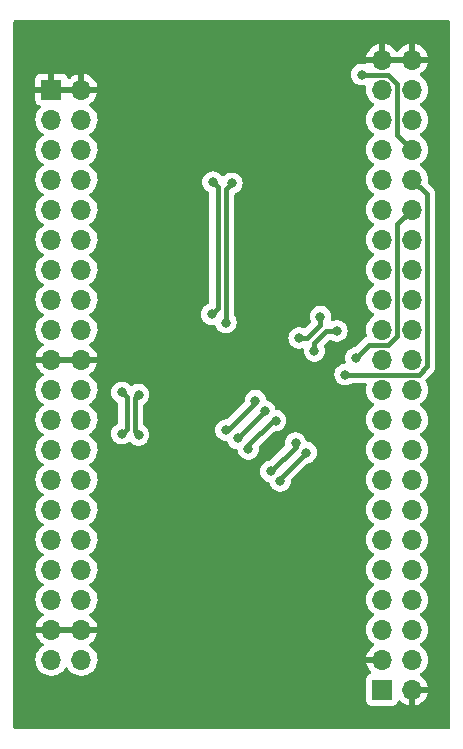
<source format=gbl>
%TF.GenerationSoftware,KiCad,Pcbnew,(6.0.5)*%
%TF.CreationDate,2024-01-21T10:02:01+01:00*%
%TF.ProjectId,Alchemy_to_Landungsbruecke,416c6368-656d-4795-9f74-6f5f4c616e64,rev?*%
%TF.SameCoordinates,Original*%
%TF.FileFunction,Copper,L2,Bot*%
%TF.FilePolarity,Positive*%
%FSLAX46Y46*%
G04 Gerber Fmt 4.6, Leading zero omitted, Abs format (unit mm)*
G04 Created by KiCad (PCBNEW (6.0.5)) date 2024-01-21 10:02:01*
%MOMM*%
%LPD*%
G01*
G04 APERTURE LIST*
%TA.AperFunction,ComponentPad*%
%ADD10R,1.700000X1.700000*%
%TD*%
%TA.AperFunction,ComponentPad*%
%ADD11O,1.700000X1.700000*%
%TD*%
%TA.AperFunction,ViaPad*%
%ADD12C,0.800000*%
%TD*%
%TA.AperFunction,Conductor*%
%ADD13C,0.400000*%
%TD*%
G04 APERTURE END LIST*
D10*
%TO.P,J2,1,Pin_1*%
%TO.N,/VM*%
X163725000Y-126175000D03*
D11*
%TO.P,J2,2,Pin_2*%
%TO.N,GND*%
X166265000Y-126175000D03*
%TO.P,J2,3,Pin_3*%
X163725000Y-123635000D03*
%TO.P,J2,4,Pin_4*%
%TO.N,unconnected-(J2-Pad4)*%
X166265000Y-123635000D03*
%TO.P,J2,5,Pin_5*%
%TO.N,+5V*%
X163725000Y-121095000D03*
%TO.P,J2,6,Pin_6*%
%TO.N,unconnected-(J2-Pad6)*%
X166265000Y-121095000D03*
%TO.P,J2,7,Pin_7*%
%TO.N,unconnected-(J2-Pad7)*%
X163725000Y-118555000D03*
%TO.P,J2,8,Pin_8*%
%TO.N,/GPIO3*%
X166265000Y-118555000D03*
%TO.P,J2,9,Pin_9*%
%TO.N,unconnected-(J2-Pad9)*%
X163725000Y-116015000D03*
%TO.P,J2,10,Pin_10*%
%TO.N,unconnected-(J2-Pad10)*%
X166265000Y-116015000D03*
%TO.P,J2,11,Pin_11*%
%TO.N,unconnected-(J2-Pad11)*%
X163725000Y-113475000D03*
%TO.P,J2,12,Pin_12*%
%TO.N,/GPIO2*%
X166265000Y-113475000D03*
%TO.P,J2,13,Pin_13*%
%TO.N,/GPIO1*%
X163725000Y-110935000D03*
%TO.P,J2,14,Pin_14*%
%TO.N,/ADC3*%
X166265000Y-110935000D03*
%TO.P,J2,15,Pin_15*%
%TO.N,unconnected-(J2-Pad15)*%
X163725000Y-108395000D03*
%TO.P,J2,16,Pin_16*%
%TO.N,/ADC2*%
X166265000Y-108395000D03*
%TO.P,J2,17,Pin_17*%
%TO.N,/GPIO0*%
X163725000Y-105855000D03*
%TO.P,J2,18,Pin_18*%
%TO.N,/ADC9*%
X166265000Y-105855000D03*
%TO.P,J2,19,Pin_19*%
%TO.N,unconnected-(J2-Pad19)*%
X163725000Y-103315000D03*
%TO.P,J2,20,Pin_20*%
%TO.N,/ADC8*%
X166265000Y-103315000D03*
%TO.P,J2,21,Pin_21*%
%TO.N,/ADC7*%
X163725000Y-100775000D03*
%TO.P,J2,22,Pin_22*%
%TO.N,/ADC6*%
X166265000Y-100775000D03*
%TO.P,J2,23,Pin_23*%
%TO.N,unconnected-(J2-Pad23)*%
X163725000Y-98235000D03*
%TO.P,J2,24,Pin_24*%
%TO.N,/SPI2_NCS*%
X166265000Y-98235000D03*
%TO.P,J2,25,Pin_25*%
%TO.N,/ADC1*%
X163725000Y-95695000D03*
%TO.P,J2,26,Pin_26*%
%TO.N,/ADC0*%
X166265000Y-95695000D03*
%TO.P,J2,27,Pin_27*%
%TO.N,/SPI2_SCK*%
X163725000Y-93155000D03*
%TO.P,J2,28,Pin_28*%
%TO.N,/SPI2_MISO*%
X166265000Y-93155000D03*
%TO.P,J2,29,Pin_29*%
%TO.N,/SPI2_MOSI*%
X163725000Y-90615000D03*
%TO.P,J2,30,Pin_30*%
%TO.N,/SPI1_NCS*%
X166265000Y-90615000D03*
%TO.P,J2,31,Pin_31*%
%TO.N,/SPI1_SCK*%
X163725000Y-88075000D03*
%TO.P,J2,32,Pin_32*%
%TO.N,/SPI1_MOSI*%
X166265000Y-88075000D03*
%TO.P,J2,33,Pin_33*%
%TO.N,/SPI1_MISO*%
X163725000Y-85535000D03*
%TO.P,J2,34,Pin_34*%
%TO.N,/ADC4*%
X166265000Y-85535000D03*
%TO.P,J2,35,Pin_35*%
%TO.N,/I2C2_SCL*%
X163725000Y-82995000D03*
%TO.P,J2,36,Pin_36*%
%TO.N,/ADC5*%
X166265000Y-82995000D03*
%TO.P,J2,37,Pin_37*%
%TO.N,/I2C2_SDA*%
X163725000Y-80455000D03*
%TO.P,J2,38,Pin_38*%
%TO.N,/I2C1_SDA*%
X166265000Y-80455000D03*
%TO.P,J2,39,Pin_39*%
%TO.N,/UART1_TX*%
X163725000Y-77915000D03*
%TO.P,J2,40,Pin_40*%
%TO.N,/UART1_RX*%
X166265000Y-77915000D03*
%TO.P,J2,41,Pin_41*%
%TO.N,/I2C1_SCL*%
X163725000Y-75375000D03*
%TO.P,J2,42,Pin_42*%
%TO.N,+5V*%
X166265000Y-75375000D03*
%TO.P,J2,43,Pin_43*%
%TO.N,GND*%
X163725000Y-72835000D03*
%TO.P,J2,44,Pin_44*%
X166265000Y-72835000D03*
%TD*%
D10*
%TO.P,J1,1,Pin_1*%
%TO.N,GND*%
X135730000Y-75370000D03*
D11*
%TO.P,J1,2,Pin_2*%
X138270000Y-75370000D03*
%TO.P,J1,3,Pin_3*%
%TO.N,+5V*%
X135730000Y-77910000D03*
%TO.P,J1,4,Pin_4*%
X138270000Y-77910000D03*
%TO.P,J1,5,Pin_5*%
%TO.N,/I2C1_SDA*%
X135730000Y-80450000D03*
%TO.P,J1,6,Pin_6*%
%TO.N,/I2C1_SCL*%
X138270000Y-80450000D03*
%TO.P,J1,7,Pin_7*%
%TO.N,/UART1_RX*%
X135730000Y-82990000D03*
%TO.P,J1,8,Pin_8*%
%TO.N,/UART1_TX*%
X138270000Y-82990000D03*
%TO.P,J1,9,Pin_9*%
%TO.N,/SPI1_MOSI*%
X135730000Y-85530000D03*
%TO.P,J1,10,Pin_10*%
%TO.N,/SPI1_MISO*%
X138270000Y-85530000D03*
%TO.P,J1,11,Pin_11*%
%TO.N,/SPI1_SCK*%
X135730000Y-88070000D03*
%TO.P,J1,12,Pin_12*%
%TO.N,/SPI1_NCS*%
X138270000Y-88070000D03*
%TO.P,J1,13,Pin_13*%
%TO.N,/SPI2_MOSI*%
X135730000Y-90610000D03*
%TO.P,J1,14,Pin_14*%
%TO.N,/SPI2_MISO*%
X138270000Y-90610000D03*
%TO.P,J1,15,Pin_15*%
%TO.N,/SPI2_SCK*%
X135730000Y-93150000D03*
%TO.P,J1,16,Pin_16*%
%TO.N,/SPI2_NCS*%
X138270000Y-93150000D03*
%TO.P,J1,17,Pin_17*%
%TO.N,/I2C2_SDA*%
X135730000Y-95690000D03*
%TO.P,J1,18,Pin_18*%
%TO.N,/I2C2_SCL*%
X138270000Y-95690000D03*
%TO.P,J1,19,Pin_19*%
%TO.N,GND*%
X135730000Y-98230000D03*
%TO.P,J1,20,Pin_20*%
X138270000Y-98230000D03*
%TO.P,J1,21,Pin_21*%
%TO.N,/ADC0*%
X135730000Y-100770000D03*
%TO.P,J1,22,Pin_22*%
%TO.N,/ADC1*%
X138270000Y-100770000D03*
%TO.P,J1,23,Pin_23*%
%TO.N,/ADC2*%
X135730000Y-103310000D03*
%TO.P,J1,24,Pin_24*%
%TO.N,/ADC3*%
X138270000Y-103310000D03*
%TO.P,J1,25,Pin_25*%
%TO.N,/ADC4*%
X135730000Y-105850000D03*
%TO.P,J1,26,Pin_26*%
%TO.N,/ADC5*%
X138270000Y-105850000D03*
%TO.P,J1,27,Pin_27*%
%TO.N,/ADC6*%
X135730000Y-108390000D03*
%TO.P,J1,28,Pin_28*%
%TO.N,/ADC7*%
X138270000Y-108390000D03*
%TO.P,J1,29,Pin_29*%
%TO.N,/ADC8*%
X135730000Y-110930000D03*
%TO.P,J1,30,Pin_30*%
%TO.N,/ADC9*%
X138270000Y-110930000D03*
%TO.P,J1,31,Pin_31*%
%TO.N,/GPIO0*%
X135730000Y-113470000D03*
%TO.P,J1,32,Pin_32*%
%TO.N,/GPIO1*%
X138270000Y-113470000D03*
%TO.P,J1,33,Pin_33*%
%TO.N,/GPIO2*%
X135730000Y-116010000D03*
%TO.P,J1,34,Pin_34*%
%TO.N,/GPIO3*%
X138270000Y-116010000D03*
%TO.P,J1,35,Pin_35*%
%TO.N,unconnected-(J1-Pad35)*%
X135730000Y-118550000D03*
%TO.P,J1,36,Pin_36*%
%TO.N,unconnected-(J1-Pad36)*%
X138270000Y-118550000D03*
%TO.P,J1,37,Pin_37*%
%TO.N,GND*%
X135730000Y-121090000D03*
%TO.P,J1,38,Pin_38*%
X138270000Y-121090000D03*
%TO.P,J1,39,Pin_39*%
%TO.N,/VM*%
X135730000Y-123630000D03*
%TO.P,J1,40,Pin_40*%
X138270000Y-123630000D03*
%TD*%
D12*
%TO.N,/I2C1_SDA*%
X162000000Y-74100000D03*
%TO.N,/I2C2_SDA*%
X149400000Y-83200000D03*
X149300000Y-94400000D03*
%TO.N,/I2C2_SCL*%
X150500000Y-95100000D03*
X151000000Y-83300000D03*
%TO.N,/ADC0*%
X156700000Y-96400000D03*
X158500000Y-94600000D03*
%TO.N,/ADC1*%
X158000000Y-97500000D03*
X159900000Y-95800000D03*
%TO.N,/ADC4*%
X161500000Y-98100000D03*
X141700000Y-101000000D03*
X141700000Y-104500000D03*
%TO.N,/ADC5*%
X143100000Y-104600000D03*
X160600000Y-99500000D03*
X143100000Y-101200000D03*
%TO.N,/ADC6*%
X153000000Y-101700000D03*
X150500000Y-104200000D03*
%TO.N,/ADC7*%
X153800000Y-102600000D03*
X151500000Y-104900000D03*
%TO.N,/ADC8*%
X152400000Y-105800000D03*
X154700000Y-103400000D03*
%TO.N,/ADC9*%
X156400000Y-105300000D03*
X154300000Y-107700000D03*
%TO.N,/GPIO0*%
X155100000Y-108500000D03*
X157300000Y-106100000D03*
%TD*%
D13*
%TO.N,/I2C1_SDA*%
X165015489Y-74857435D02*
X164258054Y-74100000D01*
X165015489Y-79205489D02*
X165015489Y-74857435D01*
X166265000Y-80455000D02*
X165015489Y-79205489D01*
X164258054Y-74100000D02*
X162000000Y-74100000D01*
%TO.N,/I2C2_SDA*%
X149300000Y-94400000D02*
X149800000Y-93900000D01*
X149800000Y-93900000D02*
X149800000Y-83600000D01*
X149800000Y-83600000D02*
X149400000Y-83200000D01*
%TO.N,/I2C2_SCL*%
X150500000Y-83800000D02*
X151000000Y-83300000D01*
X150500000Y-95100000D02*
X150500000Y-83800000D01*
%TO.N,/ADC0*%
X158500000Y-95300000D02*
X158500000Y-94600000D01*
X157400000Y-96400000D02*
X158500000Y-95300000D01*
X156700000Y-96400000D02*
X157400000Y-96400000D01*
%TO.N,/ADC1*%
X158000000Y-97500000D02*
X158000000Y-96800000D01*
X158000000Y-96800000D02*
X159000000Y-95800000D01*
X159000000Y-95800000D02*
X159900000Y-95800000D01*
%TO.N,/ADC4*%
X141700000Y-101000000D02*
X142100480Y-101400480D01*
X162614511Y-96985489D02*
X161500000Y-98100000D01*
X165015489Y-96212565D02*
X164242565Y-96985489D01*
X164242565Y-96985489D02*
X162614511Y-96985489D01*
X142100480Y-101400480D02*
X142100480Y-104099520D01*
X142100480Y-104099520D02*
X141700000Y-104500000D01*
X166265000Y-85535000D02*
X165015489Y-86784511D01*
X165015489Y-86784511D02*
X165015489Y-96212565D01*
%TO.N,/ADC5*%
X166808054Y-99500000D02*
X167514511Y-98793543D01*
X167514511Y-98793543D02*
X167514511Y-84244511D01*
X160600000Y-99500000D02*
X166808054Y-99500000D01*
X143100000Y-101200000D02*
X142800000Y-101500000D01*
X167514511Y-84244511D02*
X166265000Y-82995000D01*
X142800000Y-104300000D02*
X143100000Y-104600000D01*
X142800000Y-101500000D02*
X142800000Y-104300000D01*
%TO.N,/ADC6*%
X150700000Y-104200000D02*
X153000000Y-101900000D01*
X153000000Y-101900000D02*
X153000000Y-101700000D01*
X150500000Y-104200000D02*
X150700000Y-104200000D01*
%TO.N,/ADC7*%
X153800000Y-102600000D02*
X151500000Y-104900000D01*
%TO.N,/ADC8*%
X152400000Y-105500000D02*
X154500000Y-103400000D01*
X152400000Y-105800000D02*
X152400000Y-105500000D01*
X154500000Y-103400000D02*
X154700000Y-103400000D01*
%TO.N,/ADC9*%
X156400000Y-105300000D02*
X156400000Y-105600000D01*
X156400000Y-105600000D02*
X154300000Y-107700000D01*
%TO.N,/GPIO0*%
X155100000Y-108300000D02*
X157300000Y-106100000D01*
X155100000Y-108500000D02*
X155100000Y-108300000D01*
%TD*%
%TA.AperFunction,Conductor*%
%TO.N,GND*%
G36*
X169433621Y-69528502D02*
G01*
X169480114Y-69582158D01*
X169491500Y-69634500D01*
X169491500Y-129365500D01*
X169471498Y-129433621D01*
X169417842Y-129480114D01*
X169365500Y-129491500D01*
X132634500Y-129491500D01*
X132566379Y-129471498D01*
X132519886Y-129417842D01*
X132508500Y-129365500D01*
X132508500Y-123596695D01*
X134367251Y-123596695D01*
X134367548Y-123601848D01*
X134367548Y-123601851D01*
X134373011Y-123696590D01*
X134380110Y-123819715D01*
X134381247Y-123824761D01*
X134381248Y-123824767D01*
X134398872Y-123902966D01*
X134429222Y-124037639D01*
X134513266Y-124244616D01*
X134553136Y-124309678D01*
X134627291Y-124430688D01*
X134629987Y-124435088D01*
X134776250Y-124603938D01*
X134948126Y-124746632D01*
X135141000Y-124859338D01*
X135145825Y-124861180D01*
X135145826Y-124861181D01*
X135218612Y-124888975D01*
X135349692Y-124939030D01*
X135354760Y-124940061D01*
X135354763Y-124940062D01*
X135434861Y-124956358D01*
X135568597Y-124983567D01*
X135573772Y-124983757D01*
X135573774Y-124983757D01*
X135786673Y-124991564D01*
X135786677Y-124991564D01*
X135791837Y-124991753D01*
X135796957Y-124991097D01*
X135796959Y-124991097D01*
X136008288Y-124964025D01*
X136008289Y-124964025D01*
X136013416Y-124963368D01*
X136018846Y-124961739D01*
X136222429Y-124900661D01*
X136222434Y-124900659D01*
X136227384Y-124899174D01*
X136427994Y-124800896D01*
X136609860Y-124671173D01*
X136768096Y-124513489D01*
X136827594Y-124430689D01*
X136898453Y-124332077D01*
X136899776Y-124333028D01*
X136946645Y-124289857D01*
X137016580Y-124277625D01*
X137082026Y-124305144D01*
X137109875Y-124336994D01*
X137169987Y-124435088D01*
X137316250Y-124603938D01*
X137488126Y-124746632D01*
X137681000Y-124859338D01*
X137685825Y-124861180D01*
X137685826Y-124861181D01*
X137758612Y-124888975D01*
X137889692Y-124939030D01*
X137894760Y-124940061D01*
X137894763Y-124940062D01*
X137974861Y-124956358D01*
X138108597Y-124983567D01*
X138113772Y-124983757D01*
X138113774Y-124983757D01*
X138326673Y-124991564D01*
X138326677Y-124991564D01*
X138331837Y-124991753D01*
X138336957Y-124991097D01*
X138336959Y-124991097D01*
X138548288Y-124964025D01*
X138548289Y-124964025D01*
X138553416Y-124963368D01*
X138558846Y-124961739D01*
X138762429Y-124900661D01*
X138762434Y-124900659D01*
X138767384Y-124899174D01*
X138967994Y-124800896D01*
X139149860Y-124671173D01*
X139308096Y-124513489D01*
X139367594Y-124430689D01*
X139435435Y-124336277D01*
X139438453Y-124332077D01*
X139459320Y-124289857D01*
X139535136Y-124136453D01*
X139535137Y-124136451D01*
X139537430Y-124131811D01*
X139602370Y-123918069D01*
X139631529Y-123696590D01*
X139633156Y-123630000D01*
X139614852Y-123407361D01*
X139560431Y-123190702D01*
X139471354Y-122985840D01*
X139431906Y-122924862D01*
X139352822Y-122802617D01*
X139352820Y-122802614D01*
X139350014Y-122798277D01*
X139199670Y-122633051D01*
X139195619Y-122629852D01*
X139195615Y-122629848D01*
X139028414Y-122497800D01*
X139028410Y-122497798D01*
X139024359Y-122494598D01*
X138982569Y-122471529D01*
X138932598Y-122421097D01*
X138917826Y-122351654D01*
X138942942Y-122285248D01*
X138970294Y-122258641D01*
X139145328Y-122133792D01*
X139153200Y-122127139D01*
X139304052Y-121976812D01*
X139310730Y-121968965D01*
X139435003Y-121796020D01*
X139440313Y-121787183D01*
X139534670Y-121596267D01*
X139538469Y-121586672D01*
X139600377Y-121382910D01*
X139602555Y-121372837D01*
X139603986Y-121361962D01*
X139601775Y-121347778D01*
X139588617Y-121344000D01*
X134413225Y-121344000D01*
X134399694Y-121347973D01*
X134398257Y-121357966D01*
X134428565Y-121492446D01*
X134431645Y-121502275D01*
X134511770Y-121699603D01*
X134516413Y-121708794D01*
X134627694Y-121890388D01*
X134633777Y-121898699D01*
X134773213Y-122059667D01*
X134780580Y-122066883D01*
X134944434Y-122202916D01*
X134952881Y-122208831D01*
X135021969Y-122249203D01*
X135070693Y-122300842D01*
X135083764Y-122370625D01*
X135057033Y-122436396D01*
X135016584Y-122469752D01*
X135003607Y-122476507D01*
X134999474Y-122479610D01*
X134999471Y-122479612D01*
X134829100Y-122607530D01*
X134824965Y-122610635D01*
X134670629Y-122772138D01*
X134667720Y-122776403D01*
X134667714Y-122776411D01*
X134649838Y-122802617D01*
X134544743Y-122956680D01*
X134450688Y-123159305D01*
X134390989Y-123374570D01*
X134367251Y-123596695D01*
X132508500Y-123596695D01*
X132508500Y-118516695D01*
X134367251Y-118516695D01*
X134367548Y-118521848D01*
X134367548Y-118521851D01*
X134373011Y-118616590D01*
X134380110Y-118739715D01*
X134381247Y-118744761D01*
X134381248Y-118744767D01*
X134382375Y-118749767D01*
X134429222Y-118957639D01*
X134513266Y-119164616D01*
X134564019Y-119247438D01*
X134627291Y-119350688D01*
X134629987Y-119355088D01*
X134776250Y-119523938D01*
X134948126Y-119666632D01*
X134956683Y-119671632D01*
X135021955Y-119709774D01*
X135070679Y-119761412D01*
X135083750Y-119831195D01*
X135057019Y-119896967D01*
X135016562Y-119930327D01*
X135008457Y-119934546D01*
X134999738Y-119940036D01*
X134829433Y-120067905D01*
X134821726Y-120074748D01*
X134674590Y-120228717D01*
X134668104Y-120236727D01*
X134548098Y-120412649D01*
X134543000Y-120421623D01*
X134453338Y-120614783D01*
X134449775Y-120624470D01*
X134394389Y-120824183D01*
X134395912Y-120832607D01*
X134408292Y-120836000D01*
X139588344Y-120836000D01*
X139601875Y-120832027D01*
X139603180Y-120822947D01*
X139561214Y-120655875D01*
X139557894Y-120646124D01*
X139472972Y-120450814D01*
X139468105Y-120441739D01*
X139352426Y-120262926D01*
X139346136Y-120254757D01*
X139202806Y-120097240D01*
X139195273Y-120090215D01*
X139028139Y-119958222D01*
X139019556Y-119952520D01*
X138982602Y-119932120D01*
X138932631Y-119881687D01*
X138917859Y-119812245D01*
X138942975Y-119745839D01*
X138970327Y-119719232D01*
X139037060Y-119671632D01*
X139149860Y-119591173D01*
X139308096Y-119433489D01*
X139367594Y-119350689D01*
X139435435Y-119256277D01*
X139438453Y-119252077D01*
X139459320Y-119209857D01*
X139535136Y-119056453D01*
X139535137Y-119056451D01*
X139537430Y-119051811D01*
X139602370Y-118838069D01*
X139631529Y-118616590D01*
X139633156Y-118550000D01*
X139614852Y-118327361D01*
X139560431Y-118110702D01*
X139471354Y-117905840D01*
X139431906Y-117844862D01*
X139352822Y-117722617D01*
X139352820Y-117722614D01*
X139350014Y-117718277D01*
X139199670Y-117553051D01*
X139195619Y-117549852D01*
X139195615Y-117549848D01*
X139028414Y-117417800D01*
X139028410Y-117417798D01*
X139024359Y-117414598D01*
X138983053Y-117391796D01*
X138933084Y-117341364D01*
X138918312Y-117271921D01*
X138943428Y-117205516D01*
X138970780Y-117178909D01*
X139037060Y-117131632D01*
X139149860Y-117051173D01*
X139308096Y-116893489D01*
X139367594Y-116810689D01*
X139435435Y-116716277D01*
X139438453Y-116712077D01*
X139459320Y-116669857D01*
X139535136Y-116516453D01*
X139535137Y-116516451D01*
X139537430Y-116511811D01*
X139602370Y-116298069D01*
X139631529Y-116076590D01*
X139633156Y-116010000D01*
X139614852Y-115787361D01*
X139560431Y-115570702D01*
X139471354Y-115365840D01*
X139431906Y-115304862D01*
X139352822Y-115182617D01*
X139352820Y-115182614D01*
X139350014Y-115178277D01*
X139199670Y-115013051D01*
X139195619Y-115009852D01*
X139195615Y-115009848D01*
X139028414Y-114877800D01*
X139028410Y-114877798D01*
X139024359Y-114874598D01*
X138983053Y-114851796D01*
X138933084Y-114801364D01*
X138918312Y-114731921D01*
X138943428Y-114665516D01*
X138970780Y-114638909D01*
X139037060Y-114591632D01*
X139149860Y-114511173D01*
X139308096Y-114353489D01*
X139367594Y-114270689D01*
X139435435Y-114176277D01*
X139438453Y-114172077D01*
X139459320Y-114129857D01*
X139535136Y-113976453D01*
X139535137Y-113976451D01*
X139537430Y-113971811D01*
X139602370Y-113758069D01*
X139631529Y-113536590D01*
X139633156Y-113470000D01*
X139614852Y-113247361D01*
X139560431Y-113030702D01*
X139471354Y-112825840D01*
X139431906Y-112764862D01*
X139352822Y-112642617D01*
X139352820Y-112642614D01*
X139350014Y-112638277D01*
X139199670Y-112473051D01*
X139195619Y-112469852D01*
X139195615Y-112469848D01*
X139028414Y-112337800D01*
X139028410Y-112337798D01*
X139024359Y-112334598D01*
X138983053Y-112311796D01*
X138933084Y-112261364D01*
X138918312Y-112191921D01*
X138943428Y-112125516D01*
X138970780Y-112098909D01*
X139037060Y-112051632D01*
X139149860Y-111971173D01*
X139308096Y-111813489D01*
X139367594Y-111730689D01*
X139435435Y-111636277D01*
X139438453Y-111632077D01*
X139459320Y-111589857D01*
X139535136Y-111436453D01*
X139535137Y-111436451D01*
X139537430Y-111431811D01*
X139602370Y-111218069D01*
X139631529Y-110996590D01*
X139633156Y-110930000D01*
X139614852Y-110707361D01*
X139560431Y-110490702D01*
X139471354Y-110285840D01*
X139431906Y-110224862D01*
X139352822Y-110102617D01*
X139352820Y-110102614D01*
X139350014Y-110098277D01*
X139199670Y-109933051D01*
X139195619Y-109929852D01*
X139195615Y-109929848D01*
X139028414Y-109797800D01*
X139028410Y-109797798D01*
X139024359Y-109794598D01*
X138983053Y-109771796D01*
X138933084Y-109721364D01*
X138918312Y-109651921D01*
X138943428Y-109585516D01*
X138970780Y-109558909D01*
X139037060Y-109511632D01*
X139149860Y-109431173D01*
X139172613Y-109408500D01*
X139304435Y-109277137D01*
X139308096Y-109273489D01*
X139367594Y-109190689D01*
X139435435Y-109096277D01*
X139438453Y-109092077D01*
X139459320Y-109049857D01*
X139535136Y-108896453D01*
X139535137Y-108896451D01*
X139537430Y-108891811D01*
X139569900Y-108784940D01*
X139600865Y-108683023D01*
X139600865Y-108683021D01*
X139602370Y-108678069D01*
X139631529Y-108456590D01*
X139631611Y-108453240D01*
X139633074Y-108393365D01*
X139633074Y-108393361D01*
X139633156Y-108390000D01*
X139614852Y-108167361D01*
X139560431Y-107950702D01*
X139471354Y-107745840D01*
X139441699Y-107700000D01*
X153386496Y-107700000D01*
X153406458Y-107889928D01*
X153465473Y-108071556D01*
X153560960Y-108236944D01*
X153688747Y-108378866D01*
X153843248Y-108491118D01*
X153849276Y-108493802D01*
X153849278Y-108493803D01*
X154011681Y-108566109D01*
X154017712Y-108568794D01*
X154024167Y-108570166D01*
X154024170Y-108570167D01*
X154068301Y-108579547D01*
X154109125Y-108588224D01*
X154171598Y-108621952D01*
X154205920Y-108684807D01*
X154206458Y-108689928D01*
X154265473Y-108871556D01*
X154360960Y-109036944D01*
X154365378Y-109041851D01*
X154365379Y-109041852D01*
X154419531Y-109101994D01*
X154488747Y-109178866D01*
X154643248Y-109291118D01*
X154649276Y-109293802D01*
X154649278Y-109293803D01*
X154806805Y-109363938D01*
X154817712Y-109368794D01*
X154911113Y-109388647D01*
X154998056Y-109407128D01*
X154998061Y-109407128D01*
X155004513Y-109408500D01*
X155195487Y-109408500D01*
X155201939Y-109407128D01*
X155201944Y-109407128D01*
X155288888Y-109388647D01*
X155382288Y-109368794D01*
X155393195Y-109363938D01*
X155550722Y-109293803D01*
X155550724Y-109293802D01*
X155556752Y-109291118D01*
X155711253Y-109178866D01*
X155780469Y-109101994D01*
X155834621Y-109041852D01*
X155834622Y-109041851D01*
X155839040Y-109036944D01*
X155934527Y-108871556D01*
X155993542Y-108689928D01*
X155994789Y-108678069D01*
X156012814Y-108506565D01*
X156013504Y-108500000D01*
X156009178Y-108458843D01*
X156021950Y-108389005D01*
X156045393Y-108356577D01*
X157366533Y-107035437D01*
X157429431Y-107001285D01*
X157445589Y-106997850D01*
X157582288Y-106968794D01*
X157588319Y-106966109D01*
X157750722Y-106893803D01*
X157750724Y-106893802D01*
X157756752Y-106891118D01*
X157911253Y-106778866D01*
X157915675Y-106773955D01*
X158034621Y-106641852D01*
X158034622Y-106641851D01*
X158039040Y-106636944D01*
X158134527Y-106471556D01*
X158193542Y-106289928D01*
X158209517Y-106137939D01*
X158212814Y-106106565D01*
X158213504Y-106100000D01*
X158201245Y-105983363D01*
X158194232Y-105916635D01*
X158194232Y-105916633D01*
X158193542Y-105910072D01*
X158134527Y-105728444D01*
X158039040Y-105563056D01*
X157983601Y-105501484D01*
X157915675Y-105426045D01*
X157915674Y-105426044D01*
X157911253Y-105421134D01*
X157756752Y-105308882D01*
X157750724Y-105306198D01*
X157750722Y-105306197D01*
X157588319Y-105233891D01*
X157588318Y-105233891D01*
X157582288Y-105231206D01*
X157462951Y-105205840D01*
X157401943Y-105192872D01*
X157401940Y-105192872D01*
X157395487Y-105191500D01*
X157395558Y-105191165D01*
X157333285Y-105165545D01*
X157292278Y-105106183D01*
X157291933Y-105105119D01*
X157234527Y-104928444D01*
X157139040Y-104763056D01*
X157102794Y-104722800D01*
X157015675Y-104626045D01*
X157015674Y-104626044D01*
X157011253Y-104621134D01*
X156856752Y-104508882D01*
X156850724Y-104506198D01*
X156850722Y-104506197D01*
X156688319Y-104433891D01*
X156688318Y-104433891D01*
X156682288Y-104431206D01*
X156582861Y-104410072D01*
X156501944Y-104392872D01*
X156501939Y-104392872D01*
X156495487Y-104391500D01*
X156304513Y-104391500D01*
X156298061Y-104392872D01*
X156298056Y-104392872D01*
X156217139Y-104410072D01*
X156117712Y-104431206D01*
X156111682Y-104433891D01*
X156111681Y-104433891D01*
X155949278Y-104506197D01*
X155949276Y-104506198D01*
X155943248Y-104508882D01*
X155788747Y-104621134D01*
X155784326Y-104626044D01*
X155784325Y-104626045D01*
X155697207Y-104722800D01*
X155660960Y-104763056D01*
X155565473Y-104928444D01*
X155506458Y-105110072D01*
X155505768Y-105116633D01*
X155505768Y-105116635D01*
X155497073Y-105199362D01*
X155486496Y-105300000D01*
X155500333Y-105431648D01*
X155487561Y-105501484D01*
X155464118Y-105533912D01*
X154233467Y-106764563D01*
X154170569Y-106798715D01*
X154017712Y-106831206D01*
X154011682Y-106833891D01*
X154011681Y-106833891D01*
X153849278Y-106906197D01*
X153849276Y-106906198D01*
X153843248Y-106908882D01*
X153688747Y-107021134D01*
X153684326Y-107026044D01*
X153684325Y-107026045D01*
X153675869Y-107035437D01*
X153560960Y-107163056D01*
X153465473Y-107328444D01*
X153406458Y-107510072D01*
X153405768Y-107516633D01*
X153405768Y-107516635D01*
X153401267Y-107559457D01*
X153386496Y-107700000D01*
X139441699Y-107700000D01*
X139431906Y-107684862D01*
X139352822Y-107562617D01*
X139352820Y-107562614D01*
X139350014Y-107558277D01*
X139199670Y-107393051D01*
X139195619Y-107389852D01*
X139195615Y-107389848D01*
X139028414Y-107257800D01*
X139028410Y-107257798D01*
X139024359Y-107254598D01*
X138983053Y-107231796D01*
X138933084Y-107181364D01*
X138918312Y-107111921D01*
X138943428Y-107045516D01*
X138970780Y-107018909D01*
X139039115Y-106970166D01*
X139149860Y-106891173D01*
X139308096Y-106733489D01*
X139367594Y-106650689D01*
X139435435Y-106556277D01*
X139438453Y-106552077D01*
X139459320Y-106509857D01*
X139535136Y-106356453D01*
X139535137Y-106356451D01*
X139537430Y-106351811D01*
X139602370Y-106138069D01*
X139631529Y-105916590D01*
X139633156Y-105850000D01*
X139614852Y-105627361D01*
X139560431Y-105410702D01*
X139471354Y-105205840D01*
X139406195Y-105105119D01*
X139352822Y-105022617D01*
X139352820Y-105022614D01*
X139350014Y-105018277D01*
X139199670Y-104853051D01*
X139195619Y-104849852D01*
X139195615Y-104849848D01*
X139028414Y-104717800D01*
X139028410Y-104717798D01*
X139024359Y-104714598D01*
X138983053Y-104691796D01*
X138933084Y-104641364D01*
X138918312Y-104571921D01*
X138943428Y-104505516D01*
X138949098Y-104500000D01*
X140786496Y-104500000D01*
X140787186Y-104506565D01*
X140799228Y-104621134D01*
X140806458Y-104689928D01*
X140865473Y-104871556D01*
X140960960Y-105036944D01*
X141088747Y-105178866D01*
X141158898Y-105229834D01*
X141226385Y-105278866D01*
X141243248Y-105291118D01*
X141249276Y-105293802D01*
X141249278Y-105293803D01*
X141401118Y-105361406D01*
X141417712Y-105368794D01*
X141504479Y-105387237D01*
X141598056Y-105407128D01*
X141598061Y-105407128D01*
X141604513Y-105408500D01*
X141795487Y-105408500D01*
X141801939Y-105407128D01*
X141801944Y-105407128D01*
X141895521Y-105387237D01*
X141982288Y-105368794D01*
X141998882Y-105361406D01*
X142150722Y-105293803D01*
X142150724Y-105293802D01*
X142156752Y-105291118D01*
X142168271Y-105282749D01*
X142272338Y-105207140D01*
X142339206Y-105183281D01*
X142408357Y-105199362D01*
X142440032Y-105224763D01*
X142488747Y-105278866D01*
X142535402Y-105312763D01*
X142633871Y-105384305D01*
X142643248Y-105391118D01*
X142649276Y-105393802D01*
X142649278Y-105393803D01*
X142746175Y-105436944D01*
X142817712Y-105468794D01*
X142911113Y-105488647D01*
X142998056Y-105507128D01*
X142998061Y-105507128D01*
X143004513Y-105508500D01*
X143195487Y-105508500D01*
X143201939Y-105507128D01*
X143201944Y-105507128D01*
X143288887Y-105488647D01*
X143382288Y-105468794D01*
X143453825Y-105436944D01*
X143550722Y-105393803D01*
X143550724Y-105393802D01*
X143556752Y-105391118D01*
X143566130Y-105384305D01*
X143664598Y-105312763D01*
X143711253Y-105278866D01*
X143780921Y-105201492D01*
X143834621Y-105141852D01*
X143834622Y-105141851D01*
X143839040Y-105136944D01*
X143934527Y-104971556D01*
X143993542Y-104789928D01*
X143995766Y-104768774D01*
X144012814Y-104606565D01*
X144013504Y-104600000D01*
X144003645Y-104506197D01*
X143994232Y-104416635D01*
X143994232Y-104416633D01*
X143993542Y-104410072D01*
X143934527Y-104228444D01*
X143918105Y-104200000D01*
X149586496Y-104200000D01*
X149606458Y-104389928D01*
X149665473Y-104571556D01*
X149668776Y-104577278D01*
X149668777Y-104577279D01*
X149681895Y-104600000D01*
X149760960Y-104736944D01*
X149765378Y-104741851D01*
X149765379Y-104741852D01*
X149808667Y-104789928D01*
X149888747Y-104878866D01*
X150043248Y-104991118D01*
X150049276Y-104993802D01*
X150049278Y-104993803D01*
X150125226Y-105027617D01*
X150217712Y-105068794D01*
X150311112Y-105088647D01*
X150398056Y-105107128D01*
X150398061Y-105107128D01*
X150404513Y-105108500D01*
X150520949Y-105108500D01*
X150589070Y-105128502D01*
X150635563Y-105182158D01*
X150640779Y-105195557D01*
X150665473Y-105271556D01*
X150760960Y-105436944D01*
X150888747Y-105578866D01*
X151043248Y-105691118D01*
X151049276Y-105693802D01*
X151049278Y-105693803D01*
X151141200Y-105734729D01*
X151217712Y-105768794D01*
X151399740Y-105807485D01*
X151462212Y-105841213D01*
X151496534Y-105903363D01*
X151498852Y-105917561D01*
X151506458Y-105989928D01*
X151508498Y-105996205D01*
X151508498Y-105996207D01*
X151524276Y-106044767D01*
X151565473Y-106171556D01*
X151660960Y-106336944D01*
X151788747Y-106478866D01*
X151838284Y-106514857D01*
X151902176Y-106561277D01*
X151943248Y-106591118D01*
X151949276Y-106593802D01*
X151949278Y-106593803D01*
X152098158Y-106660088D01*
X152117712Y-106668794D01*
X152211112Y-106688647D01*
X152298056Y-106707128D01*
X152298061Y-106707128D01*
X152304513Y-106708500D01*
X152495487Y-106708500D01*
X152501939Y-106707128D01*
X152501944Y-106707128D01*
X152588887Y-106688647D01*
X152682288Y-106668794D01*
X152701842Y-106660088D01*
X152850722Y-106593803D01*
X152850724Y-106593802D01*
X152856752Y-106591118D01*
X152897825Y-106561277D01*
X152961716Y-106514857D01*
X153011253Y-106478866D01*
X153139040Y-106336944D01*
X153234527Y-106171556D01*
X153293542Y-105989928D01*
X153313504Y-105800000D01*
X153299667Y-105668352D01*
X153312439Y-105598516D01*
X153335882Y-105566088D01*
X154556565Y-104345405D01*
X154618877Y-104311379D01*
X154645660Y-104308500D01*
X154795487Y-104308500D01*
X154801939Y-104307128D01*
X154801944Y-104307128D01*
X154911041Y-104283938D01*
X154982288Y-104268794D01*
X155058800Y-104234729D01*
X155150722Y-104193803D01*
X155150724Y-104193802D01*
X155156752Y-104191118D01*
X155311253Y-104078866D01*
X155439040Y-103936944D01*
X155534527Y-103771556D01*
X155593542Y-103589928D01*
X155600773Y-103521134D01*
X155612814Y-103406565D01*
X155613504Y-103400000D01*
X155593542Y-103210072D01*
X155534527Y-103028444D01*
X155439040Y-102863056D01*
X155426652Y-102849297D01*
X155315675Y-102726045D01*
X155315674Y-102726044D01*
X155311253Y-102721134D01*
X155212157Y-102649136D01*
X155162094Y-102612763D01*
X155162093Y-102612762D01*
X155156752Y-102608882D01*
X155150724Y-102606198D01*
X155150722Y-102606197D01*
X154988319Y-102533891D01*
X154988318Y-102533891D01*
X154982288Y-102531206D01*
X154864513Y-102506172D01*
X154801943Y-102492872D01*
X154801940Y-102492872D01*
X154795487Y-102491500D01*
X154795558Y-102491165D01*
X154733285Y-102465545D01*
X154692278Y-102406183D01*
X154663259Y-102316870D01*
X154634527Y-102228444D01*
X154539040Y-102063056D01*
X154524401Y-102046797D01*
X154415675Y-101926045D01*
X154415674Y-101926044D01*
X154411253Y-101921134D01*
X154256752Y-101808882D01*
X154250724Y-101806198D01*
X154250722Y-101806197D01*
X154088319Y-101733891D01*
X154088318Y-101733891D01*
X154082288Y-101731206D01*
X154075827Y-101729833D01*
X154075822Y-101729831D01*
X154002546Y-101714255D01*
X153940072Y-101680527D01*
X153905751Y-101618378D01*
X153903433Y-101604180D01*
X153894232Y-101516634D01*
X153894231Y-101516631D01*
X153893542Y-101510072D01*
X153834527Y-101328444D01*
X153739040Y-101163056D01*
X153649012Y-101063069D01*
X153615675Y-101026045D01*
X153615674Y-101026044D01*
X153611253Y-101021134D01*
X153456752Y-100908882D01*
X153450724Y-100906198D01*
X153450722Y-100906197D01*
X153288319Y-100833891D01*
X153288318Y-100833891D01*
X153282288Y-100831206D01*
X153182861Y-100810072D01*
X153101944Y-100792872D01*
X153101939Y-100792872D01*
X153095487Y-100791500D01*
X152904513Y-100791500D01*
X152898061Y-100792872D01*
X152898056Y-100792872D01*
X152817139Y-100810072D01*
X152717712Y-100831206D01*
X152711682Y-100833891D01*
X152711681Y-100833891D01*
X152549278Y-100906197D01*
X152549276Y-100906198D01*
X152543248Y-100908882D01*
X152388747Y-101021134D01*
X152384326Y-101026044D01*
X152384325Y-101026045D01*
X152350989Y-101063069D01*
X152260960Y-101163056D01*
X152165473Y-101328444D01*
X152106458Y-101510072D01*
X152105768Y-101516633D01*
X152105768Y-101516635D01*
X152089233Y-101673955D01*
X152086496Y-101700000D01*
X152089632Y-101729831D01*
X152090822Y-101741157D01*
X152078050Y-101810995D01*
X152054607Y-101843423D01*
X150643435Y-103254595D01*
X150581123Y-103288621D01*
X150554340Y-103291500D01*
X150404513Y-103291500D01*
X150398061Y-103292872D01*
X150398056Y-103292872D01*
X150317478Y-103310000D01*
X150217712Y-103331206D01*
X150211682Y-103333891D01*
X150211681Y-103333891D01*
X150049278Y-103406197D01*
X150049276Y-103406198D01*
X150043248Y-103408882D01*
X149888747Y-103521134D01*
X149884326Y-103526044D01*
X149884325Y-103526045D01*
X149819592Y-103597939D01*
X149760960Y-103663056D01*
X149707680Y-103755339D01*
X149675050Y-103811857D01*
X149665473Y-103828444D01*
X149606458Y-104010072D01*
X149605768Y-104016633D01*
X149605768Y-104016635D01*
X149595357Y-104115688D01*
X149586496Y-104200000D01*
X143918105Y-104200000D01*
X143917233Y-104198489D01*
X143897314Y-104163990D01*
X143839040Y-104063056D01*
X143797641Y-104017077D01*
X143715675Y-103926045D01*
X143715674Y-103926044D01*
X143711253Y-103921134D01*
X143560439Y-103811560D01*
X143517085Y-103755339D01*
X143508500Y-103709625D01*
X143508500Y-102090375D01*
X143528502Y-102022254D01*
X143560439Y-101988439D01*
X143705909Y-101882749D01*
X143705911Y-101882747D01*
X143711253Y-101878866D01*
X143775485Y-101807529D01*
X143834621Y-101741852D01*
X143834622Y-101741851D01*
X143839040Y-101736944D01*
X143907494Y-101618378D01*
X143931223Y-101577279D01*
X143931224Y-101577278D01*
X143934527Y-101571556D01*
X143993542Y-101389928D01*
X143994604Y-101379829D01*
X144012814Y-101206565D01*
X144013504Y-101200000D01*
X143998573Y-101057939D01*
X143994232Y-101016635D01*
X143994232Y-101016633D01*
X143993542Y-101010072D01*
X143934527Y-100828444D01*
X143913990Y-100792872D01*
X143884442Y-100741695D01*
X143839040Y-100663056D01*
X143711253Y-100521134D01*
X143556752Y-100408882D01*
X143550724Y-100406198D01*
X143550722Y-100406197D01*
X143388319Y-100333891D01*
X143388318Y-100333891D01*
X143382288Y-100331206D01*
X143288888Y-100311353D01*
X143201944Y-100292872D01*
X143201939Y-100292872D01*
X143195487Y-100291500D01*
X143004513Y-100291500D01*
X142998061Y-100292872D01*
X142998056Y-100292872D01*
X142911113Y-100311353D01*
X142817712Y-100331206D01*
X142811682Y-100333891D01*
X142811681Y-100333891D01*
X142649278Y-100406197D01*
X142649276Y-100406198D01*
X142643248Y-100408882D01*
X142637907Y-100412762D01*
X142637906Y-100412763D01*
X142582094Y-100453313D01*
X142515226Y-100477172D01*
X142446075Y-100461091D01*
X142414397Y-100435687D01*
X142315675Y-100326045D01*
X142315674Y-100326044D01*
X142311253Y-100321134D01*
X142156752Y-100208882D01*
X142150724Y-100206198D01*
X142150722Y-100206197D01*
X141988319Y-100133891D01*
X141988318Y-100133891D01*
X141982288Y-100131206D01*
X141888887Y-100111353D01*
X141801944Y-100092872D01*
X141801939Y-100092872D01*
X141795487Y-100091500D01*
X141604513Y-100091500D01*
X141598061Y-100092872D01*
X141598056Y-100092872D01*
X141511113Y-100111353D01*
X141417712Y-100131206D01*
X141411682Y-100133891D01*
X141411681Y-100133891D01*
X141249278Y-100206197D01*
X141249276Y-100206198D01*
X141243248Y-100208882D01*
X141088747Y-100321134D01*
X141084326Y-100326044D01*
X141084325Y-100326045D01*
X140969733Y-100453313D01*
X140960960Y-100463056D01*
X140865473Y-100628444D01*
X140806458Y-100810072D01*
X140805768Y-100816633D01*
X140805768Y-100816635D01*
X140796355Y-100906197D01*
X140786496Y-101000000D01*
X140787186Y-101006565D01*
X140804235Y-101168774D01*
X140806458Y-101189928D01*
X140865473Y-101371556D01*
X140868776Y-101377278D01*
X140868777Y-101377279D01*
X140879705Y-101396206D01*
X140960960Y-101536944D01*
X141088747Y-101678866D01*
X141243248Y-101791118D01*
X141299523Y-101816173D01*
X141317229Y-101824056D01*
X141371325Y-101870036D01*
X141391980Y-101939163D01*
X141391980Y-103560837D01*
X141371978Y-103628958D01*
X141317229Y-103675944D01*
X141243248Y-103708882D01*
X141088747Y-103821134D01*
X140960960Y-103963056D01*
X140865473Y-104128444D01*
X140806458Y-104310072D01*
X140805768Y-104316633D01*
X140805768Y-104316635D01*
X140794207Y-104426632D01*
X140786496Y-104500000D01*
X138949098Y-104500000D01*
X138970780Y-104478909D01*
X139039581Y-104429834D01*
X139149860Y-104351173D01*
X139192683Y-104308500D01*
X139304435Y-104197137D01*
X139308096Y-104193489D01*
X139312589Y-104187237D01*
X139435435Y-104016277D01*
X139438453Y-104012077D01*
X139459320Y-103969857D01*
X139535136Y-103816453D01*
X139535137Y-103816451D01*
X139537430Y-103811811D01*
X139602370Y-103598069D01*
X139631529Y-103376590D01*
X139632638Y-103331206D01*
X139633074Y-103313365D01*
X139633074Y-103313361D01*
X139633156Y-103310000D01*
X139614852Y-103087361D01*
X139560431Y-102870702D01*
X139471354Y-102665840D01*
X139431906Y-102604862D01*
X139352822Y-102482617D01*
X139352820Y-102482614D01*
X139350014Y-102478277D01*
X139199670Y-102313051D01*
X139195619Y-102309852D01*
X139195615Y-102309848D01*
X139028414Y-102177800D01*
X139028410Y-102177798D01*
X139024359Y-102174598D01*
X138983053Y-102151796D01*
X138933084Y-102101364D01*
X138918312Y-102031921D01*
X138943428Y-101965516D01*
X138970780Y-101938909D01*
X139037060Y-101891632D01*
X139149860Y-101811173D01*
X139154854Y-101806197D01*
X139268010Y-101693435D01*
X139308096Y-101653489D01*
X139366971Y-101571556D01*
X139435435Y-101476277D01*
X139438453Y-101472077D01*
X139459320Y-101429857D01*
X139535136Y-101276453D01*
X139535137Y-101276451D01*
X139537430Y-101271811D01*
X139602370Y-101058069D01*
X139631529Y-100836590D01*
X139633156Y-100770000D01*
X139614852Y-100547361D01*
X139560431Y-100330702D01*
X139471354Y-100125840D01*
X139413845Y-100036944D01*
X139352822Y-99942617D01*
X139352820Y-99942614D01*
X139350014Y-99938277D01*
X139199670Y-99773051D01*
X139195619Y-99769852D01*
X139195615Y-99769848D01*
X139028414Y-99637800D01*
X139028410Y-99637798D01*
X139024359Y-99634598D01*
X138982569Y-99611529D01*
X138932598Y-99561097D01*
X138919601Y-99500000D01*
X159686496Y-99500000D01*
X159687186Y-99506565D01*
X159699068Y-99619612D01*
X159706458Y-99689928D01*
X159765473Y-99871556D01*
X159768776Y-99877278D01*
X159768777Y-99877279D01*
X159788903Y-99912138D01*
X159860960Y-100036944D01*
X159865378Y-100041851D01*
X159865379Y-100041852D01*
X159937087Y-100121492D01*
X159988747Y-100178866D01*
X160035402Y-100212763D01*
X160136763Y-100286406D01*
X160143248Y-100291118D01*
X160149276Y-100293802D01*
X160149278Y-100293803D01*
X160243426Y-100335720D01*
X160317712Y-100368794D01*
X160411113Y-100388647D01*
X160498056Y-100407128D01*
X160498061Y-100407128D01*
X160504513Y-100408500D01*
X160695487Y-100408500D01*
X160701939Y-100407128D01*
X160701944Y-100407128D01*
X160788887Y-100388647D01*
X160882288Y-100368794D01*
X160956574Y-100335720D01*
X161050722Y-100293803D01*
X161050724Y-100293802D01*
X161056752Y-100291118D01*
X161063238Y-100286406D01*
X161137344Y-100232564D01*
X161204211Y-100208706D01*
X161211405Y-100208500D01*
X162306559Y-100208500D01*
X162374680Y-100228502D01*
X162421173Y-100282158D01*
X162431277Y-100352432D01*
X162427976Y-100368170D01*
X162385989Y-100519570D01*
X162362251Y-100741695D01*
X162362548Y-100746848D01*
X162362548Y-100746851D01*
X162374524Y-100954547D01*
X162375110Y-100964715D01*
X162376247Y-100969761D01*
X162376248Y-100969767D01*
X162397265Y-101063023D01*
X162424222Y-101182639D01*
X162462316Y-101276453D01*
X162503257Y-101377279D01*
X162508266Y-101389616D01*
X162555955Y-101467438D01*
X162622291Y-101575688D01*
X162624987Y-101580088D01*
X162771250Y-101748938D01*
X162843453Y-101808882D01*
X162933123Y-101883327D01*
X162943126Y-101891632D01*
X162986968Y-101917251D01*
X163016445Y-101934476D01*
X163065169Y-101986114D01*
X163078240Y-102055897D01*
X163051509Y-102121669D01*
X163011055Y-102155027D01*
X162998607Y-102161507D01*
X162994474Y-102164610D01*
X162994471Y-102164612D01*
X162826624Y-102290635D01*
X162819965Y-102295635D01*
X162665629Y-102457138D01*
X162539743Y-102641680D01*
X162445688Y-102844305D01*
X162385989Y-103059570D01*
X162362251Y-103281695D01*
X162362548Y-103286848D01*
X162362548Y-103286851D01*
X162369451Y-103406565D01*
X162375110Y-103504715D01*
X162376247Y-103509761D01*
X162376248Y-103509767D01*
X162397265Y-103603023D01*
X162424222Y-103722639D01*
X162508266Y-103929616D01*
X162553722Y-104003794D01*
X162622291Y-104115688D01*
X162624987Y-104120088D01*
X162771250Y-104288938D01*
X162846213Y-104351173D01*
X162933123Y-104423327D01*
X162943126Y-104431632D01*
X163007889Y-104469476D01*
X163016445Y-104474476D01*
X163065169Y-104526114D01*
X163078240Y-104595897D01*
X163051509Y-104661669D01*
X163011055Y-104695027D01*
X162998607Y-104701507D01*
X162994474Y-104704610D01*
X162994471Y-104704612D01*
X162826624Y-104830635D01*
X162819965Y-104835635D01*
X162774942Y-104882749D01*
X162675091Y-104987237D01*
X162665629Y-104997138D01*
X162539743Y-105181680D01*
X162524003Y-105215590D01*
X162478897Y-105312763D01*
X162445688Y-105384305D01*
X162385989Y-105599570D01*
X162362251Y-105821695D01*
X162362548Y-105826848D01*
X162362548Y-105826851D01*
X162371573Y-105983365D01*
X162375110Y-106044715D01*
X162376247Y-106049761D01*
X162376248Y-106049767D01*
X162397265Y-106143023D01*
X162424222Y-106262639D01*
X162508266Y-106469616D01*
X162555955Y-106547438D01*
X162622291Y-106655688D01*
X162624987Y-106660088D01*
X162771250Y-106828938D01*
X162849824Y-106894171D01*
X162936474Y-106966109D01*
X162943126Y-106971632D01*
X162993871Y-107001285D01*
X163016445Y-107014476D01*
X163065169Y-107066114D01*
X163078240Y-107135897D01*
X163051509Y-107201669D01*
X163011055Y-107235027D01*
X162998607Y-107241507D01*
X162994474Y-107244610D01*
X162994471Y-107244612D01*
X162826624Y-107370635D01*
X162819965Y-107375635D01*
X162665629Y-107537138D01*
X162539743Y-107721680D01*
X162524003Y-107755590D01*
X162464692Y-107883365D01*
X162445688Y-107924305D01*
X162385989Y-108139570D01*
X162362251Y-108361695D01*
X162362548Y-108366848D01*
X162362548Y-108366851D01*
X162369713Y-108491118D01*
X162375110Y-108584715D01*
X162376247Y-108589761D01*
X162376248Y-108589767D01*
X162397265Y-108683023D01*
X162424222Y-108802639D01*
X162508266Y-109009616D01*
X162555955Y-109087438D01*
X162622291Y-109195688D01*
X162624987Y-109200088D01*
X162771250Y-109368938D01*
X162846213Y-109431173D01*
X162933123Y-109503327D01*
X162943126Y-109511632D01*
X163007889Y-109549476D01*
X163016445Y-109554476D01*
X163065169Y-109606114D01*
X163078240Y-109675897D01*
X163051509Y-109741669D01*
X163011055Y-109775027D01*
X162998607Y-109781507D01*
X162994474Y-109784610D01*
X162994471Y-109784612D01*
X162826624Y-109910635D01*
X162819965Y-109915635D01*
X162665629Y-110077138D01*
X162539743Y-110261680D01*
X162445688Y-110464305D01*
X162385989Y-110679570D01*
X162362251Y-110901695D01*
X162362548Y-110906848D01*
X162362548Y-110906851D01*
X162367914Y-110999908D01*
X162375110Y-111124715D01*
X162376247Y-111129761D01*
X162376248Y-111129767D01*
X162397265Y-111223023D01*
X162424222Y-111342639D01*
X162508266Y-111549616D01*
X162555955Y-111627438D01*
X162622291Y-111735688D01*
X162624987Y-111740088D01*
X162771250Y-111908938D01*
X162846213Y-111971173D01*
X162933123Y-112043327D01*
X162943126Y-112051632D01*
X163007889Y-112089476D01*
X163016445Y-112094476D01*
X163065169Y-112146114D01*
X163078240Y-112215897D01*
X163051509Y-112281669D01*
X163011055Y-112315027D01*
X162998607Y-112321507D01*
X162994474Y-112324610D01*
X162994471Y-112324612D01*
X162826624Y-112450635D01*
X162819965Y-112455635D01*
X162665629Y-112617138D01*
X162539743Y-112801680D01*
X162445688Y-113004305D01*
X162385989Y-113219570D01*
X162362251Y-113441695D01*
X162362548Y-113446848D01*
X162362548Y-113446851D01*
X162367914Y-113539908D01*
X162375110Y-113664715D01*
X162376247Y-113669761D01*
X162376248Y-113669767D01*
X162397265Y-113763023D01*
X162424222Y-113882639D01*
X162508266Y-114089616D01*
X162555955Y-114167438D01*
X162622291Y-114275688D01*
X162624987Y-114280088D01*
X162771250Y-114448938D01*
X162846213Y-114511173D01*
X162933123Y-114583327D01*
X162943126Y-114591632D01*
X163007889Y-114629476D01*
X163016445Y-114634476D01*
X163065169Y-114686114D01*
X163078240Y-114755897D01*
X163051509Y-114821669D01*
X163011055Y-114855027D01*
X162998607Y-114861507D01*
X162994474Y-114864610D01*
X162994471Y-114864612D01*
X162826624Y-114990635D01*
X162819965Y-114995635D01*
X162665629Y-115157138D01*
X162539743Y-115341680D01*
X162445688Y-115544305D01*
X162385989Y-115759570D01*
X162362251Y-115981695D01*
X162362548Y-115986848D01*
X162362548Y-115986851D01*
X162367914Y-116079908D01*
X162375110Y-116204715D01*
X162376247Y-116209761D01*
X162376248Y-116209767D01*
X162397265Y-116303023D01*
X162424222Y-116422639D01*
X162508266Y-116629616D01*
X162555955Y-116707438D01*
X162622291Y-116815688D01*
X162624987Y-116820088D01*
X162771250Y-116988938D01*
X162846213Y-117051173D01*
X162933123Y-117123327D01*
X162943126Y-117131632D01*
X163007889Y-117169476D01*
X163016445Y-117174476D01*
X163065169Y-117226114D01*
X163078240Y-117295897D01*
X163051509Y-117361669D01*
X163011055Y-117395027D01*
X162998607Y-117401507D01*
X162994474Y-117404610D01*
X162994471Y-117404612D01*
X162826624Y-117530635D01*
X162819965Y-117535635D01*
X162665629Y-117697138D01*
X162539743Y-117881680D01*
X162445688Y-118084305D01*
X162385989Y-118299570D01*
X162362251Y-118521695D01*
X162362548Y-118526848D01*
X162362548Y-118526851D01*
X162367914Y-118619908D01*
X162375110Y-118744715D01*
X162376247Y-118749761D01*
X162376248Y-118749767D01*
X162397265Y-118843023D01*
X162424222Y-118962639D01*
X162508266Y-119169616D01*
X162555955Y-119247438D01*
X162622291Y-119355688D01*
X162624987Y-119360088D01*
X162771250Y-119528938D01*
X162846213Y-119591173D01*
X162933123Y-119663327D01*
X162943126Y-119671632D01*
X163013595Y-119712811D01*
X163016445Y-119714476D01*
X163065169Y-119766114D01*
X163078240Y-119835897D01*
X163051509Y-119901669D01*
X163011055Y-119935027D01*
X162998607Y-119941507D01*
X162994474Y-119944610D01*
X162994471Y-119944612D01*
X162970247Y-119962800D01*
X162819965Y-120075635D01*
X162665629Y-120237138D01*
X162662720Y-120241403D01*
X162662714Y-120241411D01*
X162647798Y-120263277D01*
X162539743Y-120421680D01*
X162445688Y-120624305D01*
X162385989Y-120839570D01*
X162362251Y-121061695D01*
X162362548Y-121066848D01*
X162362548Y-121066851D01*
X162368011Y-121161590D01*
X162375110Y-121284715D01*
X162376247Y-121289761D01*
X162376248Y-121289767D01*
X162397275Y-121383069D01*
X162424222Y-121502639D01*
X162508266Y-121709616D01*
X162555799Y-121787183D01*
X162622291Y-121895688D01*
X162624987Y-121900088D01*
X162771250Y-122068938D01*
X162841354Y-122127139D01*
X162932628Y-122202916D01*
X162943126Y-122211632D01*
X163007421Y-122249203D01*
X163016955Y-122254774D01*
X163065679Y-122306412D01*
X163078750Y-122376195D01*
X163052019Y-122441967D01*
X163011562Y-122475327D01*
X163003457Y-122479546D01*
X162994738Y-122485036D01*
X162824433Y-122612905D01*
X162816726Y-122619748D01*
X162669590Y-122773717D01*
X162663104Y-122781727D01*
X162543098Y-122957649D01*
X162538000Y-122966623D01*
X162448338Y-123159783D01*
X162444775Y-123169470D01*
X162389389Y-123369183D01*
X162390912Y-123377607D01*
X162403292Y-123381000D01*
X163853000Y-123381000D01*
X163921121Y-123401002D01*
X163967614Y-123454658D01*
X163979000Y-123507000D01*
X163979000Y-123763000D01*
X163958998Y-123831121D01*
X163905342Y-123877614D01*
X163853000Y-123889000D01*
X162408225Y-123889000D01*
X162394694Y-123892973D01*
X162393257Y-123902966D01*
X162423565Y-124037446D01*
X162426645Y-124047275D01*
X162506770Y-124244603D01*
X162511413Y-124253794D01*
X162622694Y-124435388D01*
X162628777Y-124443699D01*
X162768213Y-124604667D01*
X162775577Y-124611879D01*
X162780522Y-124615985D01*
X162820156Y-124674889D01*
X162821653Y-124745870D01*
X162784537Y-124806392D01*
X162744264Y-124830910D01*
X162636705Y-124871232D01*
X162636704Y-124871233D01*
X162628295Y-124874385D01*
X162511739Y-124961739D01*
X162424385Y-125078295D01*
X162373255Y-125214684D01*
X162366500Y-125276866D01*
X162366500Y-127073134D01*
X162373255Y-127135316D01*
X162424385Y-127271705D01*
X162511739Y-127388261D01*
X162628295Y-127475615D01*
X162764684Y-127526745D01*
X162826866Y-127533500D01*
X164623134Y-127533500D01*
X164685316Y-127526745D01*
X164821705Y-127475615D01*
X164938261Y-127388261D01*
X165025615Y-127271705D01*
X165069798Y-127153848D01*
X165112440Y-127097084D01*
X165179001Y-127072384D01*
X165248350Y-127087592D01*
X165283017Y-127115580D01*
X165308218Y-127144673D01*
X165315580Y-127151883D01*
X165479434Y-127287916D01*
X165487881Y-127293831D01*
X165671756Y-127401279D01*
X165681042Y-127405729D01*
X165880001Y-127481703D01*
X165889899Y-127484579D01*
X165993250Y-127505606D01*
X166007299Y-127504410D01*
X166011000Y-127494065D01*
X166011000Y-127493517D01*
X166519000Y-127493517D01*
X166523064Y-127507359D01*
X166536478Y-127509393D01*
X166543184Y-127508534D01*
X166553262Y-127506392D01*
X166757255Y-127445191D01*
X166766842Y-127441433D01*
X166958095Y-127347739D01*
X166966945Y-127342464D01*
X167140328Y-127218792D01*
X167148200Y-127212139D01*
X167299052Y-127061812D01*
X167305730Y-127053965D01*
X167430003Y-126881020D01*
X167435313Y-126872183D01*
X167529670Y-126681267D01*
X167533469Y-126671672D01*
X167595377Y-126467910D01*
X167597555Y-126457837D01*
X167598986Y-126446962D01*
X167596775Y-126432778D01*
X167583617Y-126429000D01*
X166537115Y-126429000D01*
X166521876Y-126433475D01*
X166520671Y-126434865D01*
X166519000Y-126442548D01*
X166519000Y-127493517D01*
X166011000Y-127493517D01*
X166011000Y-126047000D01*
X166031002Y-125978879D01*
X166084658Y-125932386D01*
X166137000Y-125921000D01*
X167583344Y-125921000D01*
X167596875Y-125917027D01*
X167598180Y-125907947D01*
X167556214Y-125740875D01*
X167552894Y-125731124D01*
X167467972Y-125535814D01*
X167463105Y-125526739D01*
X167347426Y-125347926D01*
X167341136Y-125339757D01*
X167197806Y-125182240D01*
X167190273Y-125175215D01*
X167023139Y-125043222D01*
X167014556Y-125037520D01*
X166977602Y-125017120D01*
X166927631Y-124966687D01*
X166912859Y-124897245D01*
X166937975Y-124830839D01*
X166965327Y-124804232D01*
X166989310Y-124787125D01*
X167144860Y-124676173D01*
X167169906Y-124651215D01*
X167299435Y-124522137D01*
X167303096Y-124518489D01*
X167360222Y-124438990D01*
X167430435Y-124341277D01*
X167433453Y-124337077D01*
X167446995Y-124309678D01*
X167530136Y-124141453D01*
X167530137Y-124141451D01*
X167532430Y-124136811D01*
X167597370Y-123923069D01*
X167626529Y-123701590D01*
X167628156Y-123635000D01*
X167609852Y-123412361D01*
X167555431Y-123195702D01*
X167466354Y-122990840D01*
X167345014Y-122803277D01*
X167194670Y-122638051D01*
X167190619Y-122634852D01*
X167190615Y-122634848D01*
X167023414Y-122502800D01*
X167023410Y-122502798D01*
X167019359Y-122499598D01*
X166978053Y-122476796D01*
X166928084Y-122426364D01*
X166913312Y-122356921D01*
X166938428Y-122290516D01*
X166965780Y-122263909D01*
X167009603Y-122232650D01*
X167144860Y-122136173D01*
X167303096Y-121978489D01*
X167362594Y-121895689D01*
X167430435Y-121801277D01*
X167433453Y-121797077D01*
X167454320Y-121754857D01*
X167530136Y-121601453D01*
X167530137Y-121601451D01*
X167532430Y-121596811D01*
X167597370Y-121383069D01*
X167626529Y-121161590D01*
X167628156Y-121095000D01*
X167609852Y-120872361D01*
X167555431Y-120655702D01*
X167466354Y-120450840D01*
X167345014Y-120263277D01*
X167194670Y-120098051D01*
X167190619Y-120094852D01*
X167190615Y-120094848D01*
X167023414Y-119962800D01*
X167023410Y-119962798D01*
X167019359Y-119959598D01*
X166978053Y-119936796D01*
X166928084Y-119886364D01*
X166913312Y-119816921D01*
X166938428Y-119750516D01*
X166965780Y-119723909D01*
X167009603Y-119692650D01*
X167144860Y-119596173D01*
X167303096Y-119438489D01*
X167360222Y-119358990D01*
X167430435Y-119261277D01*
X167433453Y-119257077D01*
X167454320Y-119214857D01*
X167530136Y-119061453D01*
X167530137Y-119061451D01*
X167532430Y-119056811D01*
X167597370Y-118843069D01*
X167626529Y-118621590D01*
X167628156Y-118555000D01*
X167609852Y-118332361D01*
X167555431Y-118115702D01*
X167466354Y-117910840D01*
X167345014Y-117723277D01*
X167194670Y-117558051D01*
X167190619Y-117554852D01*
X167190615Y-117554848D01*
X167023414Y-117422800D01*
X167023410Y-117422798D01*
X167019359Y-117419598D01*
X166978053Y-117396796D01*
X166928084Y-117346364D01*
X166913312Y-117276921D01*
X166938428Y-117210516D01*
X166965780Y-117183909D01*
X167009603Y-117152650D01*
X167144860Y-117056173D01*
X167303096Y-116898489D01*
X167360222Y-116818990D01*
X167430435Y-116721277D01*
X167433453Y-116717077D01*
X167454320Y-116674857D01*
X167530136Y-116521453D01*
X167530137Y-116521451D01*
X167532430Y-116516811D01*
X167597370Y-116303069D01*
X167626529Y-116081590D01*
X167628156Y-116015000D01*
X167609852Y-115792361D01*
X167555431Y-115575702D01*
X167466354Y-115370840D01*
X167345014Y-115183277D01*
X167194670Y-115018051D01*
X167190619Y-115014852D01*
X167190615Y-115014848D01*
X167023414Y-114882800D01*
X167023410Y-114882798D01*
X167019359Y-114879598D01*
X166978053Y-114856796D01*
X166928084Y-114806364D01*
X166913312Y-114736921D01*
X166938428Y-114670516D01*
X166965780Y-114643909D01*
X167009603Y-114612650D01*
X167144860Y-114516173D01*
X167303096Y-114358489D01*
X167360222Y-114278990D01*
X167430435Y-114181277D01*
X167433453Y-114177077D01*
X167454320Y-114134857D01*
X167530136Y-113981453D01*
X167530137Y-113981451D01*
X167532430Y-113976811D01*
X167597370Y-113763069D01*
X167626529Y-113541590D01*
X167628156Y-113475000D01*
X167609852Y-113252361D01*
X167555431Y-113035702D01*
X167466354Y-112830840D01*
X167345014Y-112643277D01*
X167194670Y-112478051D01*
X167190619Y-112474852D01*
X167190615Y-112474848D01*
X167023414Y-112342800D01*
X167023410Y-112342798D01*
X167019359Y-112339598D01*
X166978053Y-112316796D01*
X166928084Y-112266364D01*
X166913312Y-112196921D01*
X166938428Y-112130516D01*
X166965780Y-112103909D01*
X167009603Y-112072650D01*
X167144860Y-111976173D01*
X167303096Y-111818489D01*
X167360222Y-111738990D01*
X167430435Y-111641277D01*
X167433453Y-111637077D01*
X167454320Y-111594857D01*
X167530136Y-111441453D01*
X167530137Y-111441451D01*
X167532430Y-111436811D01*
X167597370Y-111223069D01*
X167626529Y-111001590D01*
X167628156Y-110935000D01*
X167609852Y-110712361D01*
X167555431Y-110495702D01*
X167466354Y-110290840D01*
X167345014Y-110103277D01*
X167194670Y-109938051D01*
X167190619Y-109934852D01*
X167190615Y-109934848D01*
X167023414Y-109802800D01*
X167023410Y-109802798D01*
X167019359Y-109799598D01*
X166978053Y-109776796D01*
X166928084Y-109726364D01*
X166913312Y-109656921D01*
X166938428Y-109590516D01*
X166965780Y-109563909D01*
X167009603Y-109532650D01*
X167144860Y-109436173D01*
X167303096Y-109278489D01*
X167360222Y-109198990D01*
X167430435Y-109101277D01*
X167433453Y-109097077D01*
X167454320Y-109054857D01*
X167530136Y-108901453D01*
X167530137Y-108901451D01*
X167532430Y-108896811D01*
X167597370Y-108683069D01*
X167626529Y-108461590D01*
X167626733Y-108453240D01*
X167628074Y-108398365D01*
X167628074Y-108398361D01*
X167628156Y-108395000D01*
X167609852Y-108172361D01*
X167555431Y-107955702D01*
X167466354Y-107750840D01*
X167345014Y-107563277D01*
X167194670Y-107398051D01*
X167190619Y-107394852D01*
X167190615Y-107394848D01*
X167023414Y-107262800D01*
X167023410Y-107262798D01*
X167019359Y-107259598D01*
X166978053Y-107236796D01*
X166928084Y-107186364D01*
X166913312Y-107116921D01*
X166938428Y-107050516D01*
X166965780Y-107023909D01*
X167009603Y-106992650D01*
X167144860Y-106896173D01*
X167153828Y-106887237D01*
X167299435Y-106742137D01*
X167303096Y-106738489D01*
X167360222Y-106658990D01*
X167430435Y-106561277D01*
X167433453Y-106557077D01*
X167454320Y-106514857D01*
X167530136Y-106361453D01*
X167530137Y-106361451D01*
X167532430Y-106356811D01*
X167588715Y-106171556D01*
X167595865Y-106148023D01*
X167595865Y-106148021D01*
X167597370Y-106143069D01*
X167626529Y-105921590D01*
X167626611Y-105918240D01*
X167628074Y-105858365D01*
X167628074Y-105858361D01*
X167628156Y-105855000D01*
X167609852Y-105632361D01*
X167555431Y-105415702D01*
X167466354Y-105210840D01*
X167353856Y-105036944D01*
X167347822Y-105027617D01*
X167347820Y-105027614D01*
X167345014Y-105023277D01*
X167194670Y-104858051D01*
X167190619Y-104854852D01*
X167190615Y-104854848D01*
X167023414Y-104722800D01*
X167023410Y-104722798D01*
X167019359Y-104719598D01*
X166978053Y-104696796D01*
X166928084Y-104646364D01*
X166913312Y-104576921D01*
X166938428Y-104510516D01*
X166965780Y-104483909D01*
X167009603Y-104452650D01*
X167144860Y-104356173D01*
X167184537Y-104316635D01*
X167299435Y-104202137D01*
X167303096Y-104198489D01*
X167360222Y-104118990D01*
X167430435Y-104021277D01*
X167433453Y-104017077D01*
X167454320Y-103974857D01*
X167530136Y-103821453D01*
X167530137Y-103821451D01*
X167532430Y-103816811D01*
X167577407Y-103668774D01*
X167595865Y-103608023D01*
X167595865Y-103608021D01*
X167597370Y-103603069D01*
X167626529Y-103381590D01*
X167626733Y-103373240D01*
X167628074Y-103318365D01*
X167628074Y-103318361D01*
X167628156Y-103315000D01*
X167609852Y-103092361D01*
X167555431Y-102875702D01*
X167466354Y-102670840D01*
X167375133Y-102529834D01*
X167347822Y-102487617D01*
X167347820Y-102487614D01*
X167345014Y-102483277D01*
X167194670Y-102318051D01*
X167190619Y-102314852D01*
X167190615Y-102314848D01*
X167023414Y-102182800D01*
X167023410Y-102182798D01*
X167019359Y-102179598D01*
X166978053Y-102156796D01*
X166928084Y-102106364D01*
X166913312Y-102036921D01*
X166938428Y-101970516D01*
X166965780Y-101943909D01*
X167009603Y-101912650D01*
X167144860Y-101816173D01*
X167160161Y-101800926D01*
X167280981Y-101680527D01*
X167303096Y-101658489D01*
X167360222Y-101578990D01*
X167430435Y-101481277D01*
X167433453Y-101477077D01*
X167454320Y-101434857D01*
X167530136Y-101281453D01*
X167530137Y-101281451D01*
X167532430Y-101276811D01*
X167597370Y-101063069D01*
X167626529Y-100841590D01*
X167627299Y-100810072D01*
X167628074Y-100778365D01*
X167628074Y-100778361D01*
X167628156Y-100775000D01*
X167609852Y-100552361D01*
X167555431Y-100335702D01*
X167466354Y-100130840D01*
X167408872Y-100041986D01*
X167388666Y-99973930D01*
X167408462Y-99905749D01*
X167425570Y-99884454D01*
X167995031Y-99314993D01*
X168001296Y-99309139D01*
X168007423Y-99303794D01*
X168044896Y-99271104D01*
X168081640Y-99218823D01*
X168085572Y-99213529D01*
X168120302Y-99169236D01*
X168124987Y-99163261D01*
X168128110Y-99156345D01*
X168129494Y-99154059D01*
X168137868Y-99139378D01*
X168139133Y-99137018D01*
X168143501Y-99130804D01*
X168146653Y-99122721D01*
X168166713Y-99071268D01*
X168169270Y-99065185D01*
X168181230Y-99038699D01*
X168195556Y-99006970D01*
X168196941Y-98999497D01*
X168197745Y-98996931D01*
X168202366Y-98980708D01*
X168203031Y-98978116D01*
X168205793Y-98971034D01*
X168214133Y-98907682D01*
X168215165Y-98901166D01*
X168225422Y-98845824D01*
X168226806Y-98838357D01*
X168223220Y-98776163D01*
X168223011Y-98768910D01*
X168223011Y-84273423D01*
X168223303Y-84264853D01*
X168226720Y-84214735D01*
X168226720Y-84214731D01*
X168227236Y-84207159D01*
X168216250Y-84144214D01*
X168215288Y-84137693D01*
X168208526Y-84081815D01*
X168207613Y-84074269D01*
X168204927Y-84067161D01*
X168204290Y-84064567D01*
X168199829Y-84048261D01*
X168199059Y-84045710D01*
X168197753Y-84038227D01*
X168191439Y-84023843D01*
X168172072Y-83979723D01*
X168169580Y-83973616D01*
X168149684Y-83920963D01*
X168149684Y-83920962D01*
X168146998Y-83913855D01*
X168142695Y-83907594D01*
X168141458Y-83905228D01*
X168133231Y-83890448D01*
X168131880Y-83888163D01*
X168128826Y-83881206D01*
X168124206Y-83875186D01*
X168124203Y-83875180D01*
X168089932Y-83830520D01*
X168086052Y-83825179D01*
X168054172Y-83778791D01*
X168054167Y-83778786D01*
X168049868Y-83772530D01*
X168003340Y-83731075D01*
X167998065Y-83726095D01*
X167636383Y-83364413D01*
X167602357Y-83302101D01*
X167600556Y-83258871D01*
X167626092Y-83064908D01*
X167626529Y-83061590D01*
X167626733Y-83053240D01*
X167628074Y-82998365D01*
X167628074Y-82998361D01*
X167628156Y-82995000D01*
X167609852Y-82772361D01*
X167555431Y-82555702D01*
X167466354Y-82350840D01*
X167345014Y-82163277D01*
X167194670Y-81998051D01*
X167190619Y-81994852D01*
X167190615Y-81994848D01*
X167023414Y-81862800D01*
X167023410Y-81862798D01*
X167019359Y-81859598D01*
X166978053Y-81836796D01*
X166928084Y-81786364D01*
X166913312Y-81716921D01*
X166938428Y-81650516D01*
X166965780Y-81623909D01*
X167009603Y-81592650D01*
X167144860Y-81496173D01*
X167303096Y-81338489D01*
X167360222Y-81258990D01*
X167430435Y-81161277D01*
X167433453Y-81157077D01*
X167454320Y-81114857D01*
X167530136Y-80961453D01*
X167530137Y-80961451D01*
X167532430Y-80956811D01*
X167597370Y-80743069D01*
X167626529Y-80521590D01*
X167628156Y-80455000D01*
X167609852Y-80232361D01*
X167555431Y-80015702D01*
X167466354Y-79810840D01*
X167345014Y-79623277D01*
X167194670Y-79458051D01*
X167190619Y-79454852D01*
X167190615Y-79454848D01*
X167023414Y-79322800D01*
X167023410Y-79322798D01*
X167019359Y-79319598D01*
X166978053Y-79296796D01*
X166928084Y-79246364D01*
X166913312Y-79176921D01*
X166938428Y-79110516D01*
X166965780Y-79083909D01*
X167009603Y-79052650D01*
X167144860Y-78956173D01*
X167303096Y-78798489D01*
X167360222Y-78718990D01*
X167430435Y-78621277D01*
X167433453Y-78617077D01*
X167456791Y-78569857D01*
X167530136Y-78421453D01*
X167530137Y-78421451D01*
X167532430Y-78416811D01*
X167597370Y-78203069D01*
X167626529Y-77981590D01*
X167628156Y-77915000D01*
X167609852Y-77692361D01*
X167555431Y-77475702D01*
X167466354Y-77270840D01*
X167345014Y-77083277D01*
X167194670Y-76918051D01*
X167190619Y-76914852D01*
X167190615Y-76914848D01*
X167023414Y-76782800D01*
X167023410Y-76782798D01*
X167019359Y-76779598D01*
X166978053Y-76756796D01*
X166928084Y-76706364D01*
X166913312Y-76636921D01*
X166938428Y-76570516D01*
X166965780Y-76543909D01*
X167009603Y-76512650D01*
X167144860Y-76416173D01*
X167303096Y-76258489D01*
X167362594Y-76175689D01*
X167430435Y-76081277D01*
X167433453Y-76077077D01*
X167532430Y-75876811D01*
X167597370Y-75663069D01*
X167626529Y-75441590D01*
X167628156Y-75375000D01*
X167609852Y-75152361D01*
X167555431Y-74935702D01*
X167466354Y-74730840D01*
X167345014Y-74543277D01*
X167194670Y-74378051D01*
X167190619Y-74374852D01*
X167190615Y-74374848D01*
X167023414Y-74242800D01*
X167023410Y-74242798D01*
X167019359Y-74239598D01*
X166977569Y-74216529D01*
X166927598Y-74166097D01*
X166912826Y-74096654D01*
X166937942Y-74030248D01*
X166965294Y-74003641D01*
X167140328Y-73878792D01*
X167148200Y-73872139D01*
X167299052Y-73721812D01*
X167305730Y-73713965D01*
X167430003Y-73541020D01*
X167435313Y-73532183D01*
X167529670Y-73341267D01*
X167533469Y-73331672D01*
X167595377Y-73127910D01*
X167597555Y-73117837D01*
X167598986Y-73106962D01*
X167596775Y-73092778D01*
X167583617Y-73089000D01*
X162408225Y-73089000D01*
X162394695Y-73092973D01*
X162391245Y-73116971D01*
X162361752Y-73181552D01*
X162302026Y-73219936D01*
X162240330Y-73222287D01*
X162101944Y-73192872D01*
X162101939Y-73192872D01*
X162095487Y-73191500D01*
X161904513Y-73191500D01*
X161898061Y-73192872D01*
X161898056Y-73192872D01*
X161811113Y-73211353D01*
X161717712Y-73231206D01*
X161711682Y-73233891D01*
X161711681Y-73233891D01*
X161549278Y-73306197D01*
X161549276Y-73306198D01*
X161543248Y-73308882D01*
X161388747Y-73421134D01*
X161260960Y-73563056D01*
X161165473Y-73728444D01*
X161106458Y-73910072D01*
X161105768Y-73916633D01*
X161105768Y-73916635D01*
X161091008Y-74057069D01*
X161086496Y-74100000D01*
X161087186Y-74106565D01*
X161101024Y-74238222D01*
X161106458Y-74289928D01*
X161165473Y-74471556D01*
X161260960Y-74636944D01*
X161388747Y-74778866D01*
X161543248Y-74891118D01*
X161549276Y-74893802D01*
X161549278Y-74893803D01*
X161643774Y-74935875D01*
X161717712Y-74968794D01*
X161790116Y-74984184D01*
X161898056Y-75007128D01*
X161898061Y-75007128D01*
X161904513Y-75008500D01*
X162095487Y-75008500D01*
X162101939Y-75007128D01*
X162101944Y-75007128D01*
X162184237Y-74989636D01*
X162235298Y-74978782D01*
X162306088Y-74984184D01*
X162362720Y-75027001D01*
X162387214Y-75093638D01*
X162385634Y-75119532D01*
X162385989Y-75119570D01*
X162362251Y-75341695D01*
X162362548Y-75346848D01*
X162362548Y-75346851D01*
X162368011Y-75441590D01*
X162375110Y-75564715D01*
X162376247Y-75569761D01*
X162376248Y-75569767D01*
X162397275Y-75663069D01*
X162424222Y-75782639D01*
X162508266Y-75989616D01*
X162624987Y-76180088D01*
X162771250Y-76348938D01*
X162841354Y-76407139D01*
X162932628Y-76482916D01*
X162943126Y-76491632D01*
X163007421Y-76529203D01*
X163016445Y-76534476D01*
X163065169Y-76586114D01*
X163078240Y-76655897D01*
X163051509Y-76721669D01*
X163011055Y-76755027D01*
X162998607Y-76761507D01*
X162994474Y-76764610D01*
X162994471Y-76764612D01*
X162826624Y-76890635D01*
X162819965Y-76895635D01*
X162665629Y-77057138D01*
X162662715Y-77061410D01*
X162662714Y-77061411D01*
X162653815Y-77074457D01*
X162539743Y-77241680D01*
X162445688Y-77444305D01*
X162385989Y-77659570D01*
X162362251Y-77881695D01*
X162362548Y-77886848D01*
X162362548Y-77886851D01*
X162367914Y-77979908D01*
X162375110Y-78104715D01*
X162376247Y-78109761D01*
X162376248Y-78109767D01*
X162397265Y-78203023D01*
X162424222Y-78322639D01*
X162508266Y-78529616D01*
X162555955Y-78607438D01*
X162619227Y-78710688D01*
X162624987Y-78720088D01*
X162771250Y-78888938D01*
X162846213Y-78951173D01*
X162933123Y-79023327D01*
X162943126Y-79031632D01*
X163007889Y-79069476D01*
X163016445Y-79074476D01*
X163065169Y-79126114D01*
X163078240Y-79195897D01*
X163051509Y-79261669D01*
X163011055Y-79295027D01*
X162998607Y-79301507D01*
X162994474Y-79304610D01*
X162994471Y-79304612D01*
X162826624Y-79430635D01*
X162819965Y-79435635D01*
X162665629Y-79597138D01*
X162539743Y-79781680D01*
X162445688Y-79984305D01*
X162385989Y-80199570D01*
X162362251Y-80421695D01*
X162362548Y-80426848D01*
X162362548Y-80426851D01*
X162367914Y-80519908D01*
X162375110Y-80644715D01*
X162376247Y-80649761D01*
X162376248Y-80649767D01*
X162397265Y-80743023D01*
X162424222Y-80862639D01*
X162508266Y-81069616D01*
X162555955Y-81147438D01*
X162622291Y-81255688D01*
X162624987Y-81260088D01*
X162771250Y-81428938D01*
X162846213Y-81491173D01*
X162933123Y-81563327D01*
X162943126Y-81571632D01*
X163007889Y-81609476D01*
X163016445Y-81614476D01*
X163065169Y-81666114D01*
X163078240Y-81735897D01*
X163051509Y-81801669D01*
X163011055Y-81835027D01*
X162998607Y-81841507D01*
X162994474Y-81844610D01*
X162994471Y-81844612D01*
X162826624Y-81970635D01*
X162819965Y-81975635D01*
X162665629Y-82137138D01*
X162539743Y-82321680D01*
X162524003Y-82355590D01*
X162451046Y-82512763D01*
X162445688Y-82524305D01*
X162385989Y-82739570D01*
X162362251Y-82961695D01*
X162362548Y-82966848D01*
X162362548Y-82966851D01*
X162367914Y-83059908D01*
X162375110Y-83184715D01*
X162376247Y-83189761D01*
X162376248Y-83189767D01*
X162397265Y-83283023D01*
X162424222Y-83402639D01*
X162462316Y-83496453D01*
X162492812Y-83571556D01*
X162508266Y-83609616D01*
X162546223Y-83671556D01*
X162622291Y-83795688D01*
X162624987Y-83800088D01*
X162771250Y-83968938D01*
X162847846Y-84032529D01*
X162933123Y-84103327D01*
X162943126Y-84111632D01*
X162993351Y-84140981D01*
X163016445Y-84154476D01*
X163065169Y-84206114D01*
X163078240Y-84275897D01*
X163051509Y-84341669D01*
X163011055Y-84375027D01*
X162998607Y-84381507D01*
X162994474Y-84384610D01*
X162994471Y-84384612D01*
X162826624Y-84510635D01*
X162819965Y-84515635D01*
X162665629Y-84677138D01*
X162539743Y-84861680D01*
X162445688Y-85064305D01*
X162385989Y-85279570D01*
X162362251Y-85501695D01*
X162362548Y-85506848D01*
X162362548Y-85506851D01*
X162367914Y-85599908D01*
X162375110Y-85724715D01*
X162376247Y-85729761D01*
X162376248Y-85729767D01*
X162397265Y-85823023D01*
X162424222Y-85942639D01*
X162508266Y-86149616D01*
X162555955Y-86227438D01*
X162619227Y-86330688D01*
X162624987Y-86340088D01*
X162771250Y-86508938D01*
X162846213Y-86571173D01*
X162933123Y-86643327D01*
X162943126Y-86651632D01*
X163007889Y-86689476D01*
X163016445Y-86694476D01*
X163065169Y-86746114D01*
X163078240Y-86815897D01*
X163051509Y-86881669D01*
X163011055Y-86915027D01*
X162998607Y-86921507D01*
X162994474Y-86924610D01*
X162994471Y-86924612D01*
X162826624Y-87050635D01*
X162819965Y-87055635D01*
X162665629Y-87217138D01*
X162539743Y-87401680D01*
X162445688Y-87604305D01*
X162385989Y-87819570D01*
X162362251Y-88041695D01*
X162362548Y-88046848D01*
X162362548Y-88046851D01*
X162367914Y-88139908D01*
X162375110Y-88264715D01*
X162376247Y-88269761D01*
X162376248Y-88269767D01*
X162397265Y-88363023D01*
X162424222Y-88482639D01*
X162508266Y-88689616D01*
X162555955Y-88767438D01*
X162619227Y-88870688D01*
X162624987Y-88880088D01*
X162771250Y-89048938D01*
X162846213Y-89111173D01*
X162933123Y-89183327D01*
X162943126Y-89191632D01*
X163007889Y-89229476D01*
X163016445Y-89234476D01*
X163065169Y-89286114D01*
X163078240Y-89355897D01*
X163051509Y-89421669D01*
X163011055Y-89455027D01*
X162998607Y-89461507D01*
X162994474Y-89464610D01*
X162994471Y-89464612D01*
X162826624Y-89590635D01*
X162819965Y-89595635D01*
X162665629Y-89757138D01*
X162539743Y-89941680D01*
X162445688Y-90144305D01*
X162385989Y-90359570D01*
X162362251Y-90581695D01*
X162362548Y-90586848D01*
X162362548Y-90586851D01*
X162367914Y-90679908D01*
X162375110Y-90804715D01*
X162376247Y-90809761D01*
X162376248Y-90809767D01*
X162397265Y-90903023D01*
X162424222Y-91022639D01*
X162508266Y-91229616D01*
X162555955Y-91307438D01*
X162619227Y-91410688D01*
X162624987Y-91420088D01*
X162771250Y-91588938D01*
X162846213Y-91651173D01*
X162933123Y-91723327D01*
X162943126Y-91731632D01*
X163007889Y-91769476D01*
X163016445Y-91774476D01*
X163065169Y-91826114D01*
X163078240Y-91895897D01*
X163051509Y-91961669D01*
X163011055Y-91995027D01*
X162998607Y-92001507D01*
X162994474Y-92004610D01*
X162994471Y-92004612D01*
X162826624Y-92130635D01*
X162819965Y-92135635D01*
X162665629Y-92297138D01*
X162539743Y-92481680D01*
X162445688Y-92684305D01*
X162385989Y-92899570D01*
X162362251Y-93121695D01*
X162362548Y-93126848D01*
X162362548Y-93126851D01*
X162367914Y-93219908D01*
X162375110Y-93344715D01*
X162376247Y-93349761D01*
X162376248Y-93349767D01*
X162397265Y-93443023D01*
X162424222Y-93562639D01*
X162508266Y-93769616D01*
X162555955Y-93847438D01*
X162619227Y-93950688D01*
X162624987Y-93960088D01*
X162771250Y-94128938D01*
X162891106Y-94228444D01*
X162933123Y-94263327D01*
X162943126Y-94271632D01*
X163007889Y-94309476D01*
X163016445Y-94314476D01*
X163065169Y-94366114D01*
X163078240Y-94435897D01*
X163051509Y-94501669D01*
X163011055Y-94535027D01*
X162998607Y-94541507D01*
X162994474Y-94544610D01*
X162994471Y-94544612D01*
X162826624Y-94670635D01*
X162819965Y-94675635D01*
X162763493Y-94734729D01*
X162704745Y-94796206D01*
X162665629Y-94837138D01*
X162662715Y-94841410D01*
X162662714Y-94841411D01*
X162599629Y-94933891D01*
X162539743Y-95021680D01*
X162445688Y-95224305D01*
X162385989Y-95439570D01*
X162362251Y-95661695D01*
X162362548Y-95666848D01*
X162362548Y-95666851D01*
X162367914Y-95759908D01*
X162375110Y-95884715D01*
X162376247Y-95889761D01*
X162376248Y-95889767D01*
X162397265Y-95983023D01*
X162424222Y-96102639D01*
X162426166Y-96107426D01*
X162426167Y-96107430D01*
X162444494Y-96152565D01*
X162451590Y-96223206D01*
X162419367Y-96286469D01*
X162378400Y-96315340D01*
X162349688Y-96327943D01*
X162343619Y-96330419D01*
X162341485Y-96331226D01*
X162290960Y-96350317D01*
X162290958Y-96350318D01*
X162283855Y-96353002D01*
X162277596Y-96357303D01*
X162275231Y-96358540D01*
X162260459Y-96366762D01*
X162258167Y-96368117D01*
X162251206Y-96371173D01*
X162245179Y-96375798D01*
X162245175Y-96375800D01*
X162200498Y-96410082D01*
X162195173Y-96413951D01*
X162142530Y-96450132D01*
X162137479Y-96455801D01*
X162137477Y-96455803D01*
X162101083Y-96496652D01*
X162096101Y-96501929D01*
X161433467Y-97164563D01*
X161370569Y-97198715D01*
X161217712Y-97231206D01*
X161211682Y-97233891D01*
X161211681Y-97233891D01*
X161049278Y-97306197D01*
X161049276Y-97306198D01*
X161043248Y-97308882D01*
X161037907Y-97312762D01*
X161037906Y-97312763D01*
X160994288Y-97344454D01*
X160888747Y-97421134D01*
X160884326Y-97426044D01*
X160884325Y-97426045D01*
X160786566Y-97534618D01*
X160760960Y-97563056D01*
X160665473Y-97728444D01*
X160606458Y-97910072D01*
X160605768Y-97916633D01*
X160605768Y-97916635D01*
X160587186Y-98093435D01*
X160586496Y-98100000D01*
X160606458Y-98289928D01*
X160608498Y-98296206D01*
X160650854Y-98426564D01*
X160652882Y-98497531D01*
X160616219Y-98558329D01*
X160552507Y-98589655D01*
X160531021Y-98591500D01*
X160504513Y-98591500D01*
X160498061Y-98592872D01*
X160498056Y-98592872D01*
X160411112Y-98611353D01*
X160317712Y-98631206D01*
X160311682Y-98633891D01*
X160311681Y-98633891D01*
X160149278Y-98706197D01*
X160149276Y-98706198D01*
X160143248Y-98708882D01*
X159988747Y-98821134D01*
X159860960Y-98963056D01*
X159765473Y-99128444D01*
X159706458Y-99310072D01*
X159686496Y-99500000D01*
X138919601Y-99500000D01*
X138917826Y-99491654D01*
X138942942Y-99425248D01*
X138970294Y-99398641D01*
X139145328Y-99273792D01*
X139153200Y-99267139D01*
X139304052Y-99116812D01*
X139310730Y-99108965D01*
X139435003Y-98936020D01*
X139440313Y-98927183D01*
X139534670Y-98736267D01*
X139538469Y-98726672D01*
X139600377Y-98522910D01*
X139602555Y-98512837D01*
X139603986Y-98501962D01*
X139601775Y-98487778D01*
X139588617Y-98484000D01*
X134413225Y-98484000D01*
X134399694Y-98487973D01*
X134398257Y-98497966D01*
X134428565Y-98632446D01*
X134431645Y-98642275D01*
X134511770Y-98839603D01*
X134516413Y-98848794D01*
X134627694Y-99030388D01*
X134633777Y-99038699D01*
X134773213Y-99199667D01*
X134780580Y-99206883D01*
X134944434Y-99342916D01*
X134952881Y-99348831D01*
X135021969Y-99389203D01*
X135070693Y-99440842D01*
X135083764Y-99510625D01*
X135057033Y-99576396D01*
X135016584Y-99609752D01*
X135003607Y-99616507D01*
X134999474Y-99619610D01*
X134999471Y-99619612D01*
X134829100Y-99747530D01*
X134824965Y-99750635D01*
X134670629Y-99912138D01*
X134544743Y-100096680D01*
X134526682Y-100135590D01*
X134456290Y-100287237D01*
X134450688Y-100299305D01*
X134390989Y-100514570D01*
X134367251Y-100736695D01*
X134367548Y-100741848D01*
X134367548Y-100741851D01*
X134372855Y-100833891D01*
X134380110Y-100959715D01*
X134381247Y-100964761D01*
X134381248Y-100964767D01*
X134395058Y-101026045D01*
X134429222Y-101177639D01*
X134513266Y-101384616D01*
X134564019Y-101467438D01*
X134627291Y-101570688D01*
X134629987Y-101575088D01*
X134776250Y-101743938D01*
X134948126Y-101886632D01*
X134956683Y-101891632D01*
X135021445Y-101929476D01*
X135070169Y-101981114D01*
X135083240Y-102050897D01*
X135056509Y-102116669D01*
X135016055Y-102150027D01*
X135003607Y-102156507D01*
X134999474Y-102159610D01*
X134999471Y-102159612D01*
X134829100Y-102287530D01*
X134824965Y-102290635D01*
X134670629Y-102452138D01*
X134667720Y-102456403D01*
X134667714Y-102456411D01*
X134643778Y-102491500D01*
X134544743Y-102636680D01*
X134450688Y-102839305D01*
X134390989Y-103054570D01*
X134367251Y-103276695D01*
X134367548Y-103281848D01*
X134367548Y-103281851D01*
X134374718Y-103406197D01*
X134380110Y-103499715D01*
X134381247Y-103504761D01*
X134381248Y-103504767D01*
X134400441Y-103589928D01*
X134429222Y-103717639D01*
X134513266Y-103924616D01*
X134561786Y-104003794D01*
X134627291Y-104110688D01*
X134629987Y-104115088D01*
X134776250Y-104283938D01*
X134860846Y-104354171D01*
X134936085Y-104416635D01*
X134948126Y-104426632D01*
X134961149Y-104434242D01*
X135021445Y-104469476D01*
X135070169Y-104521114D01*
X135083240Y-104590897D01*
X135056509Y-104656669D01*
X135016055Y-104690027D01*
X135003607Y-104696507D01*
X134999474Y-104699610D01*
X134999471Y-104699612D01*
X134870820Y-104796206D01*
X134824965Y-104830635D01*
X134799894Y-104856870D01*
X134675313Y-104987237D01*
X134670629Y-104992138D01*
X134544743Y-105176680D01*
X134529003Y-105210590D01*
X134490377Y-105293803D01*
X134450688Y-105379305D01*
X134390989Y-105594570D01*
X134367251Y-105816695D01*
X134367548Y-105821848D01*
X134367548Y-105821851D01*
X134373011Y-105916590D01*
X134380110Y-106039715D01*
X134381247Y-106044761D01*
X134381248Y-106044767D01*
X134401119Y-106132939D01*
X134429222Y-106257639D01*
X134513266Y-106464616D01*
X134564019Y-106547438D01*
X134627291Y-106650688D01*
X134629987Y-106655088D01*
X134776250Y-106823938D01*
X134948126Y-106966632D01*
X134954174Y-106970166D01*
X135021445Y-107009476D01*
X135070169Y-107061114D01*
X135083240Y-107130897D01*
X135056509Y-107196669D01*
X135016055Y-107230027D01*
X135003607Y-107236507D01*
X134999474Y-107239610D01*
X134999471Y-107239612D01*
X134881158Y-107328444D01*
X134824965Y-107370635D01*
X134670629Y-107532138D01*
X134544743Y-107716680D01*
X134529003Y-107750590D01*
X134467371Y-107883365D01*
X134450688Y-107919305D01*
X134390989Y-108134570D01*
X134367251Y-108356695D01*
X134367548Y-108361848D01*
X134367548Y-108361851D01*
X134373011Y-108456590D01*
X134380110Y-108579715D01*
X134381247Y-108584761D01*
X134381248Y-108584767D01*
X134401119Y-108672939D01*
X134429222Y-108797639D01*
X134513266Y-109004616D01*
X134564019Y-109087438D01*
X134627291Y-109190688D01*
X134629987Y-109195088D01*
X134776250Y-109363938D01*
X134948126Y-109506632D01*
X134956683Y-109511632D01*
X135021445Y-109549476D01*
X135070169Y-109601114D01*
X135083240Y-109670897D01*
X135056509Y-109736669D01*
X135016055Y-109770027D01*
X135003607Y-109776507D01*
X134999474Y-109779610D01*
X134999471Y-109779612D01*
X134829100Y-109907530D01*
X134824965Y-109910635D01*
X134670629Y-110072138D01*
X134544743Y-110256680D01*
X134450688Y-110459305D01*
X134390989Y-110674570D01*
X134367251Y-110896695D01*
X134367548Y-110901848D01*
X134367548Y-110901851D01*
X134373011Y-110996590D01*
X134380110Y-111119715D01*
X134381247Y-111124761D01*
X134381248Y-111124767D01*
X134382375Y-111129767D01*
X134429222Y-111337639D01*
X134513266Y-111544616D01*
X134564019Y-111627438D01*
X134627291Y-111730688D01*
X134629987Y-111735088D01*
X134776250Y-111903938D01*
X134948126Y-112046632D01*
X134956683Y-112051632D01*
X135021445Y-112089476D01*
X135070169Y-112141114D01*
X135083240Y-112210897D01*
X135056509Y-112276669D01*
X135016055Y-112310027D01*
X135003607Y-112316507D01*
X134999474Y-112319610D01*
X134999471Y-112319612D01*
X134829100Y-112447530D01*
X134824965Y-112450635D01*
X134670629Y-112612138D01*
X134544743Y-112796680D01*
X134450688Y-112999305D01*
X134390989Y-113214570D01*
X134367251Y-113436695D01*
X134367548Y-113441848D01*
X134367548Y-113441851D01*
X134373011Y-113536590D01*
X134380110Y-113659715D01*
X134381247Y-113664761D01*
X134381248Y-113664767D01*
X134382375Y-113669767D01*
X134429222Y-113877639D01*
X134513266Y-114084616D01*
X134564019Y-114167438D01*
X134627291Y-114270688D01*
X134629987Y-114275088D01*
X134776250Y-114443938D01*
X134948126Y-114586632D01*
X134956683Y-114591632D01*
X135021445Y-114629476D01*
X135070169Y-114681114D01*
X135083240Y-114750897D01*
X135056509Y-114816669D01*
X135016055Y-114850027D01*
X135003607Y-114856507D01*
X134999474Y-114859610D01*
X134999471Y-114859612D01*
X134829100Y-114987530D01*
X134824965Y-114990635D01*
X134670629Y-115152138D01*
X134544743Y-115336680D01*
X134450688Y-115539305D01*
X134390989Y-115754570D01*
X134367251Y-115976695D01*
X134367548Y-115981848D01*
X134367548Y-115981851D01*
X134373011Y-116076590D01*
X134380110Y-116199715D01*
X134381247Y-116204761D01*
X134381248Y-116204767D01*
X134382375Y-116209767D01*
X134429222Y-116417639D01*
X134513266Y-116624616D01*
X134564019Y-116707438D01*
X134627291Y-116810688D01*
X134629987Y-116815088D01*
X134776250Y-116983938D01*
X134948126Y-117126632D01*
X134956683Y-117131632D01*
X135021445Y-117169476D01*
X135070169Y-117221114D01*
X135083240Y-117290897D01*
X135056509Y-117356669D01*
X135016055Y-117390027D01*
X135003607Y-117396507D01*
X134999474Y-117399610D01*
X134999471Y-117399612D01*
X134829100Y-117527530D01*
X134824965Y-117530635D01*
X134670629Y-117692138D01*
X134544743Y-117876680D01*
X134450688Y-118079305D01*
X134390989Y-118294570D01*
X134367251Y-118516695D01*
X132508500Y-118516695D01*
X132508500Y-95656695D01*
X134367251Y-95656695D01*
X134367548Y-95661848D01*
X134367548Y-95661851D01*
X134373011Y-95756590D01*
X134380110Y-95879715D01*
X134381247Y-95884761D01*
X134381248Y-95884767D01*
X134399580Y-95966109D01*
X134429222Y-96097639D01*
X134467461Y-96191811D01*
X134505631Y-96285812D01*
X134513266Y-96304616D01*
X134564019Y-96387438D01*
X134627291Y-96490688D01*
X134629987Y-96495088D01*
X134776250Y-96663938D01*
X134948126Y-96806632D01*
X134983892Y-96827532D01*
X135021955Y-96849774D01*
X135070679Y-96901412D01*
X135083750Y-96971195D01*
X135057019Y-97036967D01*
X135016562Y-97070327D01*
X135008457Y-97074546D01*
X134999738Y-97080036D01*
X134829433Y-97207905D01*
X134821726Y-97214748D01*
X134674590Y-97368717D01*
X134668104Y-97376727D01*
X134548098Y-97552649D01*
X134543000Y-97561623D01*
X134453338Y-97754783D01*
X134449775Y-97764470D01*
X134394389Y-97964183D01*
X134395912Y-97972607D01*
X134408292Y-97976000D01*
X139588344Y-97976000D01*
X139601875Y-97972027D01*
X139603180Y-97962947D01*
X139561214Y-97795875D01*
X139557894Y-97786124D01*
X139472972Y-97590814D01*
X139468105Y-97581739D01*
X139352426Y-97402926D01*
X139346136Y-97394757D01*
X139202806Y-97237240D01*
X139195273Y-97230215D01*
X139028139Y-97098222D01*
X139019556Y-97092520D01*
X138982602Y-97072120D01*
X138932631Y-97021687D01*
X138917859Y-96952245D01*
X138942975Y-96885839D01*
X138970327Y-96859232D01*
X138993797Y-96842491D01*
X139149860Y-96731173D01*
X139172613Y-96708500D01*
X139304435Y-96577137D01*
X139308096Y-96573489D01*
X139320249Y-96556577D01*
X139432760Y-96400000D01*
X155786496Y-96400000D01*
X155787186Y-96406565D01*
X155805114Y-96577137D01*
X155806458Y-96589928D01*
X155865473Y-96771556D01*
X155868776Y-96777278D01*
X155868777Y-96777279D01*
X155897791Y-96827532D01*
X155960960Y-96936944D01*
X155965378Y-96941851D01*
X155965379Y-96941852D01*
X155996033Y-96975897D01*
X156088747Y-97078866D01*
X156243248Y-97191118D01*
X156249276Y-97193802D01*
X156249278Y-97193803D01*
X156339318Y-97233891D01*
X156417712Y-97268794D01*
X156481314Y-97282313D01*
X156598056Y-97307128D01*
X156598061Y-97307128D01*
X156604513Y-97308500D01*
X156795487Y-97308500D01*
X156801940Y-97307128D01*
X156801953Y-97307127D01*
X156944098Y-97276912D01*
X157014888Y-97282313D01*
X157071521Y-97325130D01*
X157096015Y-97391767D01*
X157095605Y-97413328D01*
X157093440Y-97433932D01*
X157086496Y-97500000D01*
X157087186Y-97506565D01*
X157096044Y-97590840D01*
X157106458Y-97689928D01*
X157165473Y-97871556D01*
X157260960Y-98036944D01*
X157388747Y-98178866D01*
X157543248Y-98291118D01*
X157549276Y-98293802D01*
X157549278Y-98293803D01*
X157711681Y-98366109D01*
X157717712Y-98368794D01*
X157811113Y-98388647D01*
X157898056Y-98407128D01*
X157898061Y-98407128D01*
X157904513Y-98408500D01*
X158095487Y-98408500D01*
X158101939Y-98407128D01*
X158101944Y-98407128D01*
X158188887Y-98388647D01*
X158282288Y-98368794D01*
X158288319Y-98366109D01*
X158450722Y-98293803D01*
X158450724Y-98293802D01*
X158456752Y-98291118D01*
X158611253Y-98178866D01*
X158739040Y-98036944D01*
X158834527Y-97871556D01*
X158893542Y-97689928D01*
X158903957Y-97590840D01*
X158912814Y-97506565D01*
X158913504Y-97500000D01*
X158902443Y-97394757D01*
X158894232Y-97316635D01*
X158894232Y-97316633D01*
X158893542Y-97310072D01*
X158834527Y-97128444D01*
X158823939Y-97110105D01*
X158807200Y-97041110D01*
X158830419Y-96974017D01*
X158843962Y-96958008D01*
X159232551Y-96569419D01*
X159294863Y-96535393D01*
X159365678Y-96540458D01*
X159395706Y-96556577D01*
X159413207Y-96569292D01*
X159443248Y-96591118D01*
X159449276Y-96593802D01*
X159449278Y-96593803D01*
X159606805Y-96663938D01*
X159617712Y-96668794D01*
X159711113Y-96688647D01*
X159798056Y-96707128D01*
X159798061Y-96707128D01*
X159804513Y-96708500D01*
X159995487Y-96708500D01*
X160001939Y-96707128D01*
X160001944Y-96707128D01*
X160088887Y-96688647D01*
X160182288Y-96668794D01*
X160193195Y-96663938D01*
X160350722Y-96593803D01*
X160350724Y-96593802D01*
X160356752Y-96591118D01*
X160511253Y-96478866D01*
X160584971Y-96396994D01*
X160634621Y-96341852D01*
X160634622Y-96341851D01*
X160639040Y-96336944D01*
X160734527Y-96171556D01*
X160793542Y-95989928D01*
X160794789Y-95978069D01*
X160812814Y-95806565D01*
X160813504Y-95800000D01*
X160809290Y-95759908D01*
X160794232Y-95616635D01*
X160794232Y-95616633D01*
X160793542Y-95610072D01*
X160734527Y-95428444D01*
X160639040Y-95263056D01*
X160627917Y-95250702D01*
X160515675Y-95126045D01*
X160515674Y-95126044D01*
X160511253Y-95121134D01*
X160373947Y-95021375D01*
X160362094Y-95012763D01*
X160362093Y-95012762D01*
X160356752Y-95008882D01*
X160350724Y-95006198D01*
X160350722Y-95006197D01*
X160188319Y-94933891D01*
X160188318Y-94933891D01*
X160182288Y-94931206D01*
X160082861Y-94910072D01*
X160001944Y-94892872D01*
X160001939Y-94892872D01*
X159995487Y-94891500D01*
X159804513Y-94891500D01*
X159798061Y-94892872D01*
X159798056Y-94892872D01*
X159717139Y-94910072D01*
X159617712Y-94931206D01*
X159611682Y-94933891D01*
X159611681Y-94933891D01*
X159560494Y-94956681D01*
X159490127Y-94966115D01*
X159425830Y-94936009D01*
X159388016Y-94875920D01*
X159389413Y-94802636D01*
X159391502Y-94796208D01*
X159391503Y-94796203D01*
X159393542Y-94789928D01*
X159394872Y-94777279D01*
X159412814Y-94606565D01*
X159413504Y-94600000D01*
X159397249Y-94445342D01*
X159394232Y-94416635D01*
X159394232Y-94416633D01*
X159393542Y-94410072D01*
X159334527Y-94228444D01*
X159314740Y-94194171D01*
X159274190Y-94123938D01*
X159239040Y-94063056D01*
X159215703Y-94037137D01*
X159115675Y-93926045D01*
X159115674Y-93926044D01*
X159111253Y-93921134D01*
X158956752Y-93808882D01*
X158950724Y-93806198D01*
X158950722Y-93806197D01*
X158788319Y-93733891D01*
X158788318Y-93733891D01*
X158782288Y-93731206D01*
X158688888Y-93711353D01*
X158601944Y-93692872D01*
X158601939Y-93692872D01*
X158595487Y-93691500D01*
X158404513Y-93691500D01*
X158398061Y-93692872D01*
X158398056Y-93692872D01*
X158311112Y-93711353D01*
X158217712Y-93731206D01*
X158211682Y-93733891D01*
X158211681Y-93733891D01*
X158049278Y-93806197D01*
X158049276Y-93806198D01*
X158043248Y-93808882D01*
X157888747Y-93921134D01*
X157884326Y-93926044D01*
X157884325Y-93926045D01*
X157784298Y-94037137D01*
X157760960Y-94063056D01*
X157725810Y-94123938D01*
X157685261Y-94194171D01*
X157665473Y-94228444D01*
X157606458Y-94410072D01*
X157605768Y-94416633D01*
X157605768Y-94416635D01*
X157602751Y-94445342D01*
X157586496Y-94600000D01*
X157587186Y-94606565D01*
X157605129Y-94777279D01*
X157606458Y-94789928D01*
X157665473Y-94971556D01*
X157668772Y-94977271D01*
X157668773Y-94977272D01*
X157676061Y-94989895D01*
X157692800Y-95058890D01*
X157669581Y-95125983D01*
X157656038Y-95141992D01*
X157240402Y-95557628D01*
X157178090Y-95591654D01*
X157107275Y-95586589D01*
X157100059Y-95583640D01*
X156988323Y-95533892D01*
X156988315Y-95533889D01*
X156982288Y-95531206D01*
X156888887Y-95511353D01*
X156801944Y-95492872D01*
X156801939Y-95492872D01*
X156795487Y-95491500D01*
X156604513Y-95491500D01*
X156598061Y-95492872D01*
X156598056Y-95492872D01*
X156511113Y-95511353D01*
X156417712Y-95531206D01*
X156411682Y-95533891D01*
X156411681Y-95533891D01*
X156249278Y-95606197D01*
X156249276Y-95606198D01*
X156243248Y-95608882D01*
X156088747Y-95721134D01*
X155960960Y-95863056D01*
X155865473Y-96028444D01*
X155806458Y-96210072D01*
X155805768Y-96216633D01*
X155805768Y-96216635D01*
X155791766Y-96349857D01*
X155786496Y-96400000D01*
X139432760Y-96400000D01*
X139435435Y-96396277D01*
X139438453Y-96392077D01*
X139448785Y-96371173D01*
X139535136Y-96196453D01*
X139535137Y-96196451D01*
X139537430Y-96191811D01*
X139602370Y-95978069D01*
X139631529Y-95756590D01*
X139633156Y-95690000D01*
X139614852Y-95467361D01*
X139560431Y-95250702D01*
X139471354Y-95045840D01*
X139419237Y-94965279D01*
X139352822Y-94862617D01*
X139352820Y-94862614D01*
X139350014Y-94858277D01*
X139199670Y-94693051D01*
X139195619Y-94689852D01*
X139195615Y-94689848D01*
X139028414Y-94557800D01*
X139028410Y-94557798D01*
X139024359Y-94554598D01*
X138983053Y-94531796D01*
X138933084Y-94481364D01*
X138918312Y-94411921D01*
X138922821Y-94400000D01*
X148386496Y-94400000D01*
X148387186Y-94406565D01*
X148403634Y-94563056D01*
X148406458Y-94589928D01*
X148465473Y-94771556D01*
X148560960Y-94936944D01*
X148565378Y-94941851D01*
X148565379Y-94941852D01*
X148684029Y-95073626D01*
X148688747Y-95078866D01*
X148843248Y-95191118D01*
X148849276Y-95193802D01*
X148849278Y-95193803D01*
X148996745Y-95259459D01*
X149017712Y-95268794D01*
X149086263Y-95283365D01*
X149198056Y-95307128D01*
X149198061Y-95307128D01*
X149204513Y-95308500D01*
X149395487Y-95308500D01*
X149411479Y-95305101D01*
X149487503Y-95288942D01*
X149558293Y-95294344D01*
X149614926Y-95337161D01*
X149633532Y-95373251D01*
X149665473Y-95471556D01*
X149760960Y-95636944D01*
X149765378Y-95641851D01*
X149765379Y-95641852D01*
X149871677Y-95759908D01*
X149888747Y-95778866D01*
X149987843Y-95850864D01*
X150034507Y-95884767D01*
X150043248Y-95891118D01*
X150049276Y-95893802D01*
X150049278Y-95893803D01*
X150211681Y-95966109D01*
X150217712Y-95968794D01*
X150286263Y-95983365D01*
X150398056Y-96007128D01*
X150398061Y-96007128D01*
X150404513Y-96008500D01*
X150595487Y-96008500D01*
X150601939Y-96007128D01*
X150601944Y-96007128D01*
X150713737Y-95983365D01*
X150782288Y-95968794D01*
X150788319Y-95966109D01*
X150950722Y-95893803D01*
X150950724Y-95893802D01*
X150956752Y-95891118D01*
X150965494Y-95884767D01*
X151012157Y-95850864D01*
X151111253Y-95778866D01*
X151128323Y-95759908D01*
X151234621Y-95641852D01*
X151234622Y-95641851D01*
X151239040Y-95636944D01*
X151334527Y-95471556D01*
X151393542Y-95289928D01*
X151395766Y-95268774D01*
X151412814Y-95106565D01*
X151413504Y-95100000D01*
X151407355Y-95041492D01*
X151394232Y-94916635D01*
X151394232Y-94916633D01*
X151393542Y-94910072D01*
X151334527Y-94728444D01*
X151250766Y-94583365D01*
X151242342Y-94568775D01*
X151242341Y-94568774D01*
X151239040Y-94563056D01*
X151234621Y-94558148D01*
X151232564Y-94555317D01*
X151208705Y-94488449D01*
X151208500Y-94481256D01*
X151208500Y-84283472D01*
X151228502Y-84215351D01*
X151283252Y-84168365D01*
X151450719Y-84093805D01*
X151450726Y-84093801D01*
X151456752Y-84091118D01*
X151469557Y-84081815D01*
X151532377Y-84036173D01*
X151611253Y-83978866D01*
X151698348Y-83882137D01*
X151734621Y-83841852D01*
X151734622Y-83841851D01*
X151739040Y-83836944D01*
X151819243Y-83698028D01*
X151831223Y-83677279D01*
X151831224Y-83677278D01*
X151834527Y-83671556D01*
X151893542Y-83489928D01*
X151894830Y-83477680D01*
X151912814Y-83306565D01*
X151913504Y-83300000D01*
X151893542Y-83110072D01*
X151834527Y-82928444D01*
X151739040Y-82763056D01*
X151718017Y-82739707D01*
X151615675Y-82626045D01*
X151615671Y-82626041D01*
X151611253Y-82621134D01*
X151477969Y-82524297D01*
X151462094Y-82512763D01*
X151462093Y-82512762D01*
X151456752Y-82508882D01*
X151450724Y-82506198D01*
X151450722Y-82506197D01*
X151288319Y-82433891D01*
X151288318Y-82433891D01*
X151282288Y-82431206D01*
X151188887Y-82411353D01*
X151101944Y-82392872D01*
X151101939Y-82392872D01*
X151095487Y-82391500D01*
X150904513Y-82391500D01*
X150898061Y-82392872D01*
X150898056Y-82392872D01*
X150811113Y-82411353D01*
X150717712Y-82431206D01*
X150711682Y-82433891D01*
X150711681Y-82433891D01*
X150549278Y-82506197D01*
X150549276Y-82506198D01*
X150543248Y-82508882D01*
X150537907Y-82512762D01*
X150537906Y-82512763D01*
X150522031Y-82524297D01*
X150388747Y-82621134D01*
X150337337Y-82678231D01*
X150276891Y-82715470D01*
X150205907Y-82714118D01*
X150146922Y-82674604D01*
X150142225Y-82668572D01*
X150139040Y-82663056D01*
X150011253Y-82521134D01*
X149856752Y-82408882D01*
X149850724Y-82406198D01*
X149850722Y-82406197D01*
X149688319Y-82333891D01*
X149688318Y-82333891D01*
X149682288Y-82331206D01*
X149588887Y-82311353D01*
X149501944Y-82292872D01*
X149501939Y-82292872D01*
X149495487Y-82291500D01*
X149304513Y-82291500D01*
X149298061Y-82292872D01*
X149298056Y-82292872D01*
X149211113Y-82311353D01*
X149117712Y-82331206D01*
X149111682Y-82333891D01*
X149111681Y-82333891D01*
X148949278Y-82406197D01*
X148949276Y-82406198D01*
X148943248Y-82408882D01*
X148788747Y-82521134D01*
X148660960Y-82663056D01*
X148565473Y-82828444D01*
X148506458Y-83010072D01*
X148505768Y-83016633D01*
X148505768Y-83016635D01*
X148495948Y-83110072D01*
X148486496Y-83200000D01*
X148487186Y-83206565D01*
X148492684Y-83258871D01*
X148506458Y-83389928D01*
X148565473Y-83571556D01*
X148660960Y-83736944D01*
X148665378Y-83741851D01*
X148665379Y-83741852D01*
X148784325Y-83873955D01*
X148788747Y-83878866D01*
X148887843Y-83950864D01*
X148926385Y-83978866D01*
X148943248Y-83991118D01*
X148949276Y-83993802D01*
X148949278Y-83993803D01*
X149016749Y-84023843D01*
X149070845Y-84069824D01*
X149091500Y-84138950D01*
X149091500Y-93416528D01*
X149071498Y-93484649D01*
X149016748Y-93531635D01*
X148849281Y-93606195D01*
X148849274Y-93606199D01*
X148843248Y-93608882D01*
X148688747Y-93721134D01*
X148684326Y-93726044D01*
X148684325Y-93726045D01*
X148570846Y-93852077D01*
X148560960Y-93863056D01*
X148465473Y-94028444D01*
X148406458Y-94210072D01*
X148405768Y-94216633D01*
X148405768Y-94216635D01*
X148388668Y-94379338D01*
X148386496Y-94400000D01*
X138922821Y-94400000D01*
X138943428Y-94345516D01*
X138970780Y-94318909D01*
X139037060Y-94271632D01*
X139149860Y-94191173D01*
X139308096Y-94033489D01*
X139367594Y-93950689D01*
X139435435Y-93856277D01*
X139438453Y-93852077D01*
X139459320Y-93809857D01*
X139535136Y-93656453D01*
X139535137Y-93656451D01*
X139537430Y-93651811D01*
X139602370Y-93438069D01*
X139631529Y-93216590D01*
X139633156Y-93150000D01*
X139614852Y-92927361D01*
X139560431Y-92710702D01*
X139471354Y-92505840D01*
X139350014Y-92318277D01*
X139199670Y-92153051D01*
X139195619Y-92149852D01*
X139195615Y-92149848D01*
X139028414Y-92017800D01*
X139028410Y-92017798D01*
X139024359Y-92014598D01*
X138983053Y-91991796D01*
X138933084Y-91941364D01*
X138918312Y-91871921D01*
X138943428Y-91805516D01*
X138970780Y-91778909D01*
X139037060Y-91731632D01*
X139149860Y-91651173D01*
X139308096Y-91493489D01*
X139367594Y-91410689D01*
X139435435Y-91316277D01*
X139438453Y-91312077D01*
X139459320Y-91269857D01*
X139535136Y-91116453D01*
X139535137Y-91116451D01*
X139537430Y-91111811D01*
X139602370Y-90898069D01*
X139631529Y-90676590D01*
X139633156Y-90610000D01*
X139614852Y-90387361D01*
X139560431Y-90170702D01*
X139471354Y-89965840D01*
X139350014Y-89778277D01*
X139199670Y-89613051D01*
X139195619Y-89609852D01*
X139195615Y-89609848D01*
X139028414Y-89477800D01*
X139028410Y-89477798D01*
X139024359Y-89474598D01*
X138983053Y-89451796D01*
X138933084Y-89401364D01*
X138918312Y-89331921D01*
X138943428Y-89265516D01*
X138970780Y-89238909D01*
X139037060Y-89191632D01*
X139149860Y-89111173D01*
X139308096Y-88953489D01*
X139367594Y-88870689D01*
X139435435Y-88776277D01*
X139438453Y-88772077D01*
X139459320Y-88729857D01*
X139535136Y-88576453D01*
X139535137Y-88576451D01*
X139537430Y-88571811D01*
X139602370Y-88358069D01*
X139631529Y-88136590D01*
X139633156Y-88070000D01*
X139614852Y-87847361D01*
X139560431Y-87630702D01*
X139471354Y-87425840D01*
X139350014Y-87238277D01*
X139199670Y-87073051D01*
X139195619Y-87069852D01*
X139195615Y-87069848D01*
X139028414Y-86937800D01*
X139028410Y-86937798D01*
X139024359Y-86934598D01*
X138983053Y-86911796D01*
X138933084Y-86861364D01*
X138918312Y-86791921D01*
X138943428Y-86725516D01*
X138970780Y-86698909D01*
X139037060Y-86651632D01*
X139149860Y-86571173D01*
X139308096Y-86413489D01*
X139367594Y-86330689D01*
X139435435Y-86236277D01*
X139438453Y-86232077D01*
X139459320Y-86189857D01*
X139535136Y-86036453D01*
X139535137Y-86036451D01*
X139537430Y-86031811D01*
X139602370Y-85818069D01*
X139631529Y-85596590D01*
X139633156Y-85530000D01*
X139614852Y-85307361D01*
X139560431Y-85090702D01*
X139471354Y-84885840D01*
X139431906Y-84824862D01*
X139352822Y-84702617D01*
X139352820Y-84702614D01*
X139350014Y-84698277D01*
X139199670Y-84533051D01*
X139195619Y-84529852D01*
X139195615Y-84529848D01*
X139028414Y-84397800D01*
X139028410Y-84397798D01*
X139024359Y-84394598D01*
X138983053Y-84371796D01*
X138933084Y-84321364D01*
X138918312Y-84251921D01*
X138943428Y-84185516D01*
X138970780Y-84158909D01*
X139037060Y-84111632D01*
X139149860Y-84031173D01*
X139207619Y-83973616D01*
X139283108Y-83898390D01*
X139308096Y-83873489D01*
X139367594Y-83790689D01*
X139435435Y-83696277D01*
X139438453Y-83692077D01*
X139451702Y-83665271D01*
X139535136Y-83496453D01*
X139535137Y-83496451D01*
X139537430Y-83491811D01*
X139593712Y-83306565D01*
X139600865Y-83283023D01*
X139600865Y-83283021D01*
X139602370Y-83278069D01*
X139631529Y-83056590D01*
X139633156Y-82990000D01*
X139614852Y-82767361D01*
X139560431Y-82550702D01*
X139471354Y-82345840D01*
X139431906Y-82284862D01*
X139352822Y-82162617D01*
X139352820Y-82162614D01*
X139350014Y-82158277D01*
X139199670Y-81993051D01*
X139195619Y-81989852D01*
X139195615Y-81989848D01*
X139028414Y-81857800D01*
X139028410Y-81857798D01*
X139024359Y-81854598D01*
X138983053Y-81831796D01*
X138933084Y-81781364D01*
X138918312Y-81711921D01*
X138943428Y-81645516D01*
X138970780Y-81618909D01*
X139037060Y-81571632D01*
X139149860Y-81491173D01*
X139308096Y-81333489D01*
X139367594Y-81250689D01*
X139435435Y-81156277D01*
X139438453Y-81152077D01*
X139459320Y-81109857D01*
X139535136Y-80956453D01*
X139535137Y-80956451D01*
X139537430Y-80951811D01*
X139602370Y-80738069D01*
X139631529Y-80516590D01*
X139633156Y-80450000D01*
X139614852Y-80227361D01*
X139560431Y-80010702D01*
X139471354Y-79805840D01*
X139431906Y-79744862D01*
X139352822Y-79622617D01*
X139352820Y-79622614D01*
X139350014Y-79618277D01*
X139199670Y-79453051D01*
X139195619Y-79449852D01*
X139195615Y-79449848D01*
X139028414Y-79317800D01*
X139028410Y-79317798D01*
X139024359Y-79314598D01*
X138983053Y-79291796D01*
X138933084Y-79241364D01*
X138918312Y-79171921D01*
X138943428Y-79105516D01*
X138970780Y-79078909D01*
X139037060Y-79031632D01*
X139149860Y-78951173D01*
X139308096Y-78793489D01*
X139367594Y-78710689D01*
X139435435Y-78616277D01*
X139438453Y-78612077D01*
X139459320Y-78569857D01*
X139535136Y-78416453D01*
X139535137Y-78416451D01*
X139537430Y-78411811D01*
X139602370Y-78198069D01*
X139631529Y-77976590D01*
X139633156Y-77910000D01*
X139614852Y-77687361D01*
X139560431Y-77470702D01*
X139471354Y-77265840D01*
X139431906Y-77204862D01*
X139352822Y-77082617D01*
X139352820Y-77082614D01*
X139350014Y-77078277D01*
X139199670Y-76913051D01*
X139195619Y-76909852D01*
X139195615Y-76909848D01*
X139028414Y-76777800D01*
X139028410Y-76777798D01*
X139024359Y-76774598D01*
X138982569Y-76751529D01*
X138932598Y-76701097D01*
X138917826Y-76631654D01*
X138942942Y-76565248D01*
X138970294Y-76538641D01*
X139145328Y-76413792D01*
X139153200Y-76407139D01*
X139304052Y-76256812D01*
X139310730Y-76248965D01*
X139435003Y-76076020D01*
X139440313Y-76067183D01*
X139534670Y-75876267D01*
X139538469Y-75866672D01*
X139600377Y-75662910D01*
X139602555Y-75652837D01*
X139603986Y-75641962D01*
X139601775Y-75627778D01*
X139588617Y-75624000D01*
X134390116Y-75624000D01*
X134374877Y-75628475D01*
X134373672Y-75629865D01*
X134372001Y-75637548D01*
X134372001Y-76264669D01*
X134372371Y-76271490D01*
X134377895Y-76322352D01*
X134381521Y-76337604D01*
X134426676Y-76458054D01*
X134435214Y-76473649D01*
X134511715Y-76575724D01*
X134524276Y-76588285D01*
X134626351Y-76664786D01*
X134641946Y-76673324D01*
X134750827Y-76714142D01*
X134807591Y-76756784D01*
X134832291Y-76823345D01*
X134817083Y-76892694D01*
X134797691Y-76919175D01*
X134795116Y-76921870D01*
X134670629Y-77052138D01*
X134544743Y-77236680D01*
X134450688Y-77439305D01*
X134390989Y-77654570D01*
X134367251Y-77876695D01*
X134367548Y-77881848D01*
X134367548Y-77881851D01*
X134373011Y-77976590D01*
X134380110Y-78099715D01*
X134381247Y-78104761D01*
X134381248Y-78104767D01*
X134382375Y-78109767D01*
X134429222Y-78317639D01*
X134513266Y-78524616D01*
X134564019Y-78607438D01*
X134627291Y-78710688D01*
X134629987Y-78715088D01*
X134776250Y-78883938D01*
X134948126Y-79026632D01*
X134956683Y-79031632D01*
X135021445Y-79069476D01*
X135070169Y-79121114D01*
X135083240Y-79190897D01*
X135056509Y-79256669D01*
X135016055Y-79290027D01*
X135003607Y-79296507D01*
X134999474Y-79299610D01*
X134999471Y-79299612D01*
X134829100Y-79427530D01*
X134824965Y-79430635D01*
X134670629Y-79592138D01*
X134544743Y-79776680D01*
X134450688Y-79979305D01*
X134390989Y-80194570D01*
X134367251Y-80416695D01*
X134367548Y-80421848D01*
X134367548Y-80421851D01*
X134373011Y-80516590D01*
X134380110Y-80639715D01*
X134381247Y-80644761D01*
X134381248Y-80644767D01*
X134382375Y-80649767D01*
X134429222Y-80857639D01*
X134513266Y-81064616D01*
X134564019Y-81147438D01*
X134627291Y-81250688D01*
X134629987Y-81255088D01*
X134776250Y-81423938D01*
X134948126Y-81566632D01*
X134956683Y-81571632D01*
X135021445Y-81609476D01*
X135070169Y-81661114D01*
X135083240Y-81730897D01*
X135056509Y-81796669D01*
X135016055Y-81830027D01*
X135003607Y-81836507D01*
X134999474Y-81839610D01*
X134999471Y-81839612D01*
X134829100Y-81967530D01*
X134824965Y-81970635D01*
X134670629Y-82132138D01*
X134544743Y-82316680D01*
X134529003Y-82350590D01*
X134453725Y-82512763D01*
X134450688Y-82519305D01*
X134390989Y-82734570D01*
X134367251Y-82956695D01*
X134367548Y-82961848D01*
X134367548Y-82961851D01*
X134376094Y-83110072D01*
X134380110Y-83179715D01*
X134381247Y-83184761D01*
X134381248Y-83184767D01*
X134384681Y-83200000D01*
X134429222Y-83397639D01*
X134513266Y-83604616D01*
X134554287Y-83671556D01*
X134627291Y-83790688D01*
X134629987Y-83795088D01*
X134776250Y-83963938D01*
X134948126Y-84106632D01*
X134956683Y-84111632D01*
X135021445Y-84149476D01*
X135070169Y-84201114D01*
X135083240Y-84270897D01*
X135056509Y-84336669D01*
X135016055Y-84370027D01*
X135003607Y-84376507D01*
X134999474Y-84379610D01*
X134999471Y-84379612D01*
X134829100Y-84507530D01*
X134824965Y-84510635D01*
X134670629Y-84672138D01*
X134544743Y-84856680D01*
X134450688Y-85059305D01*
X134390989Y-85274570D01*
X134367251Y-85496695D01*
X134367548Y-85501848D01*
X134367548Y-85501851D01*
X134373011Y-85596590D01*
X134380110Y-85719715D01*
X134381247Y-85724761D01*
X134381248Y-85724767D01*
X134382375Y-85729767D01*
X134429222Y-85937639D01*
X134513266Y-86144616D01*
X134564019Y-86227438D01*
X134627291Y-86330688D01*
X134629987Y-86335088D01*
X134776250Y-86503938D01*
X134948126Y-86646632D01*
X134956683Y-86651632D01*
X135021445Y-86689476D01*
X135070169Y-86741114D01*
X135083240Y-86810897D01*
X135056509Y-86876669D01*
X135016055Y-86910027D01*
X135003607Y-86916507D01*
X134999474Y-86919610D01*
X134999471Y-86919612D01*
X134975247Y-86937800D01*
X134824965Y-87050635D01*
X134670629Y-87212138D01*
X134544743Y-87396680D01*
X134450688Y-87599305D01*
X134390989Y-87814570D01*
X134367251Y-88036695D01*
X134367548Y-88041848D01*
X134367548Y-88041851D01*
X134373011Y-88136590D01*
X134380110Y-88259715D01*
X134381247Y-88264761D01*
X134381248Y-88264767D01*
X134382375Y-88269767D01*
X134429222Y-88477639D01*
X134513266Y-88684616D01*
X134564019Y-88767438D01*
X134627291Y-88870688D01*
X134629987Y-88875088D01*
X134776250Y-89043938D01*
X134948126Y-89186632D01*
X134956683Y-89191632D01*
X135021445Y-89229476D01*
X135070169Y-89281114D01*
X135083240Y-89350897D01*
X135056509Y-89416669D01*
X135016055Y-89450027D01*
X135003607Y-89456507D01*
X134999474Y-89459610D01*
X134999471Y-89459612D01*
X134975247Y-89477800D01*
X134824965Y-89590635D01*
X134670629Y-89752138D01*
X134544743Y-89936680D01*
X134450688Y-90139305D01*
X134390989Y-90354570D01*
X134367251Y-90576695D01*
X134367548Y-90581848D01*
X134367548Y-90581851D01*
X134373011Y-90676590D01*
X134380110Y-90799715D01*
X134381247Y-90804761D01*
X134381248Y-90804767D01*
X134382375Y-90809767D01*
X134429222Y-91017639D01*
X134513266Y-91224616D01*
X134564019Y-91307438D01*
X134627291Y-91410688D01*
X134629987Y-91415088D01*
X134776250Y-91583938D01*
X134948126Y-91726632D01*
X134956683Y-91731632D01*
X135021445Y-91769476D01*
X135070169Y-91821114D01*
X135083240Y-91890897D01*
X135056509Y-91956669D01*
X135016055Y-91990027D01*
X135003607Y-91996507D01*
X134999474Y-91999610D01*
X134999471Y-91999612D01*
X134975247Y-92017800D01*
X134824965Y-92130635D01*
X134670629Y-92292138D01*
X134544743Y-92476680D01*
X134450688Y-92679305D01*
X134390989Y-92894570D01*
X134367251Y-93116695D01*
X134367548Y-93121848D01*
X134367548Y-93121851D01*
X134373011Y-93216590D01*
X134380110Y-93339715D01*
X134381247Y-93344761D01*
X134381248Y-93344767D01*
X134382375Y-93349767D01*
X134429222Y-93557639D01*
X134513266Y-93764616D01*
X134564019Y-93847438D01*
X134627291Y-93950688D01*
X134629987Y-93955088D01*
X134776250Y-94123938D01*
X134948126Y-94266632D01*
X134956683Y-94271632D01*
X135021445Y-94309476D01*
X135070169Y-94361114D01*
X135083240Y-94430897D01*
X135056509Y-94496669D01*
X135016055Y-94530027D01*
X135003607Y-94536507D01*
X134999474Y-94539610D01*
X134999471Y-94539612D01*
X134924095Y-94596206D01*
X134824965Y-94670635D01*
X134821393Y-94674373D01*
X134704965Y-94796208D01*
X134670629Y-94832138D01*
X134544743Y-95016680D01*
X134529003Y-95050590D01*
X134462526Y-95193803D01*
X134450688Y-95219305D01*
X134390989Y-95434570D01*
X134367251Y-95656695D01*
X132508500Y-95656695D01*
X132508500Y-75097885D01*
X134372000Y-75097885D01*
X134376475Y-75113124D01*
X134377865Y-75114329D01*
X134385548Y-75116000D01*
X135457885Y-75116000D01*
X135473124Y-75111525D01*
X135474329Y-75110135D01*
X135476000Y-75102452D01*
X135476000Y-75097885D01*
X135984000Y-75097885D01*
X135988475Y-75113124D01*
X135989865Y-75114329D01*
X135997548Y-75116000D01*
X137997885Y-75116000D01*
X138013124Y-75111525D01*
X138014329Y-75110135D01*
X138016000Y-75102452D01*
X138016000Y-75097885D01*
X138524000Y-75097885D01*
X138528475Y-75113124D01*
X138529865Y-75114329D01*
X138537548Y-75116000D01*
X139588344Y-75116000D01*
X139601875Y-75112027D01*
X139603180Y-75102947D01*
X139561214Y-74935875D01*
X139557894Y-74926124D01*
X139472972Y-74730814D01*
X139468105Y-74721739D01*
X139352426Y-74542926D01*
X139346136Y-74534757D01*
X139202806Y-74377240D01*
X139195273Y-74370215D01*
X139028139Y-74238222D01*
X139019552Y-74232517D01*
X138833117Y-74129599D01*
X138823705Y-74125369D01*
X138622959Y-74054280D01*
X138612988Y-74051646D01*
X138541837Y-74038972D01*
X138528540Y-74040432D01*
X138524000Y-74054989D01*
X138524000Y-75097885D01*
X138016000Y-75097885D01*
X138016000Y-74053102D01*
X138012082Y-74039758D01*
X137997806Y-74037771D01*
X137959324Y-74043660D01*
X137949288Y-74046051D01*
X137746868Y-74112212D01*
X137737359Y-74116209D01*
X137548463Y-74214542D01*
X137539738Y-74220036D01*
X137369433Y-74347905D01*
X137361726Y-74354748D01*
X137284094Y-74435985D01*
X137222570Y-74471415D01*
X137151657Y-74467958D01*
X137093871Y-74426712D01*
X137075018Y-74393164D01*
X137033324Y-74281946D01*
X137024786Y-74266351D01*
X136948285Y-74164276D01*
X136935724Y-74151715D01*
X136833649Y-74075214D01*
X136818054Y-74066676D01*
X136697606Y-74021522D01*
X136682351Y-74017895D01*
X136631486Y-74012369D01*
X136624672Y-74012000D01*
X136002115Y-74012000D01*
X135986876Y-74016475D01*
X135985671Y-74017865D01*
X135984000Y-74025548D01*
X135984000Y-75097885D01*
X135476000Y-75097885D01*
X135476000Y-74030116D01*
X135471525Y-74014877D01*
X135470135Y-74013672D01*
X135462452Y-74012001D01*
X134835331Y-74012001D01*
X134828510Y-74012371D01*
X134777648Y-74017895D01*
X134762396Y-74021521D01*
X134641946Y-74066676D01*
X134626351Y-74075214D01*
X134524276Y-74151715D01*
X134511715Y-74164276D01*
X134435214Y-74266351D01*
X134426676Y-74281946D01*
X134381522Y-74402394D01*
X134377895Y-74417649D01*
X134372369Y-74468514D01*
X134372000Y-74475328D01*
X134372000Y-75097885D01*
X132508500Y-75097885D01*
X132508500Y-72569183D01*
X162389389Y-72569183D01*
X162390912Y-72577607D01*
X162403292Y-72581000D01*
X163452885Y-72581000D01*
X163468124Y-72576525D01*
X163469329Y-72575135D01*
X163471000Y-72567452D01*
X163471000Y-72562885D01*
X163979000Y-72562885D01*
X163983475Y-72578124D01*
X163984865Y-72579329D01*
X163992548Y-72581000D01*
X165992885Y-72581000D01*
X166008124Y-72576525D01*
X166009329Y-72575135D01*
X166011000Y-72567452D01*
X166011000Y-72562885D01*
X166519000Y-72562885D01*
X166523475Y-72578124D01*
X166524865Y-72579329D01*
X166532548Y-72581000D01*
X167583344Y-72581000D01*
X167596875Y-72577027D01*
X167598180Y-72567947D01*
X167556214Y-72400875D01*
X167552894Y-72391124D01*
X167467972Y-72195814D01*
X167463105Y-72186739D01*
X167347426Y-72007926D01*
X167341136Y-71999757D01*
X167197806Y-71842240D01*
X167190273Y-71835215D01*
X167023139Y-71703222D01*
X167014552Y-71697517D01*
X166828117Y-71594599D01*
X166818705Y-71590369D01*
X166617959Y-71519280D01*
X166607988Y-71516646D01*
X166536837Y-71503972D01*
X166523540Y-71505432D01*
X166519000Y-71519989D01*
X166519000Y-72562885D01*
X166011000Y-72562885D01*
X166011000Y-71518102D01*
X166007082Y-71504758D01*
X165992806Y-71502771D01*
X165954324Y-71508660D01*
X165944288Y-71511051D01*
X165741868Y-71577212D01*
X165732359Y-71581209D01*
X165543463Y-71679542D01*
X165534738Y-71685036D01*
X165364433Y-71812905D01*
X165356726Y-71819748D01*
X165209590Y-71973717D01*
X165203104Y-71981727D01*
X165098193Y-72135521D01*
X165043282Y-72180524D01*
X164972757Y-72188695D01*
X164909010Y-72157441D01*
X164888313Y-72132957D01*
X164807427Y-72007926D01*
X164801136Y-71999757D01*
X164657806Y-71842240D01*
X164650273Y-71835215D01*
X164483139Y-71703222D01*
X164474552Y-71697517D01*
X164288117Y-71594599D01*
X164278705Y-71590369D01*
X164077959Y-71519280D01*
X164067988Y-71516646D01*
X163996837Y-71503972D01*
X163983540Y-71505432D01*
X163979000Y-71519989D01*
X163979000Y-72562885D01*
X163471000Y-72562885D01*
X163471000Y-71518102D01*
X163467082Y-71504758D01*
X163452806Y-71502771D01*
X163414324Y-71508660D01*
X163404288Y-71511051D01*
X163201868Y-71577212D01*
X163192359Y-71581209D01*
X163003463Y-71679542D01*
X162994738Y-71685036D01*
X162824433Y-71812905D01*
X162816726Y-71819748D01*
X162669590Y-71973717D01*
X162663104Y-71981727D01*
X162543098Y-72157649D01*
X162538000Y-72166623D01*
X162448338Y-72359783D01*
X162444775Y-72369470D01*
X162389389Y-72569183D01*
X132508500Y-72569183D01*
X132508500Y-69634500D01*
X132528502Y-69566379D01*
X132582158Y-69519886D01*
X132634500Y-69508500D01*
X169365500Y-69508500D01*
X169433621Y-69528502D01*
G37*
%TD.AperFunction*%
%TD*%
M02*

</source>
